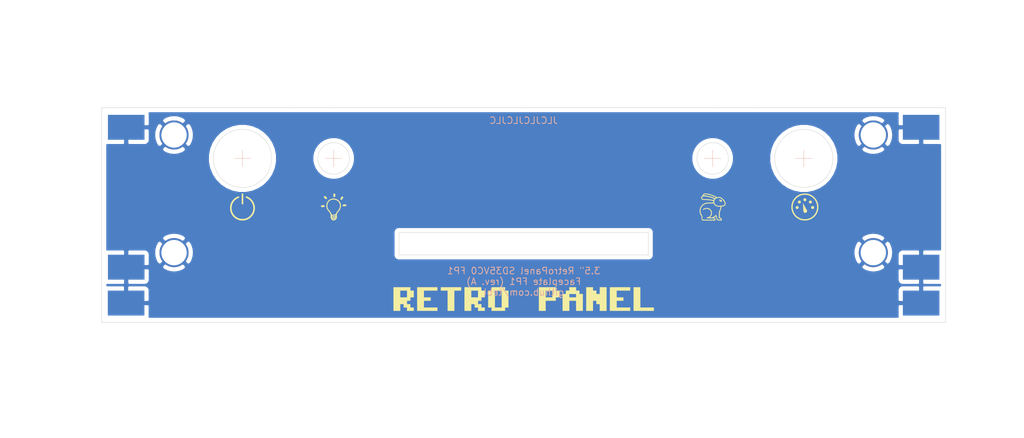
<source format=kicad_pcb>
(kicad_pcb (version 20171130) (host pcbnew "(5.1.8)-1")

  (general
    (thickness 1.6)
    (drawings 40)
    (tracks 0)
    (zones 0)
    (modules 15)
    (nets 2)
  )

  (page A4)
  (layers
    (0 F.Cu signal)
    (31 B.Cu signal)
    (32 B.Adhes user)
    (33 F.Adhes user)
    (34 B.Paste user)
    (35 F.Paste user)
    (36 B.SilkS user)
    (37 F.SilkS user)
    (38 B.Mask user)
    (39 F.Mask user)
    (40 Dwgs.User user)
    (41 Cmts.User user)
    (42 Eco1.User user)
    (43 Eco2.User user)
    (44 Edge.Cuts user)
    (45 Margin user)
    (46 B.CrtYd user)
    (47 F.CrtYd user)
    (48 B.Fab user hide)
    (49 F.Fab user)
  )

  (setup
    (last_trace_width 0.25)
    (trace_clearance 0.2)
    (zone_clearance 0.508)
    (zone_45_only no)
    (trace_min 0.2)
    (via_size 0.8)
    (via_drill 0.4)
    (via_min_size 0.4)
    (via_min_drill 0.3)
    (uvia_size 0.3)
    (uvia_drill 0.1)
    (uvias_allowed no)
    (uvia_min_size 0.2)
    (uvia_min_drill 0.1)
    (edge_width 0.05)
    (segment_width 0.2)
    (pcb_text_width 0.3)
    (pcb_text_size 1.5 1.5)
    (mod_edge_width 0.12)
    (mod_text_size 1 1)
    (mod_text_width 0.15)
    (pad_size 1.524 1.524)
    (pad_drill 0.762)
    (pad_to_mask_clearance 0)
    (aux_axis_origin 0 0)
    (grid_origin 100 100)
    (visible_elements 7FFFFFFF)
    (pcbplotparams
      (layerselection 0x011fc_ffffffff)
      (usegerberextensions true)
      (usegerberattributes false)
      (usegerberadvancedattributes false)
      (creategerberjobfile false)
      (excludeedgelayer true)
      (linewidth 0.100000)
      (plotframeref false)
      (viasonmask false)
      (mode 1)
      (useauxorigin false)
      (hpglpennumber 1)
      (hpglpenspeed 20)
      (hpglpendiameter 15.000000)
      (psnegative false)
      (psa4output false)
      (plotreference true)
      (plotvalue true)
      (plotinvisibletext false)
      (padsonsilk false)
      (subtractmaskfromsilk false)
      (outputformat 1)
      (mirror false)
      (drillshape 0)
      (scaleselection 1)
      (outputdirectory "export/"))
  )

  (net 0 "")
  (net 1 GND)

  (net_class Default "This is the default net class."
    (clearance 0.2)
    (trace_width 0.25)
    (via_dia 0.8)
    (via_drill 0.4)
    (uvia_dia 0.3)
    (uvia_drill 0.1)
  )

  (net_class PWR ""
    (clearance 0.2)
    (trace_width 0.381)
    (via_dia 0.8)
    (via_drill 0.4)
    (uvia_dia 0.3)
    (uvia_drill 0.1)
    (add_net GND)
  )

  (module RetroPanel:icon_running locked (layer F.Cu) (tedit 0) (tstamp 63E198D6)
    (at 127.89 91.237)
    (fp_text reference G*** (at 0 0) (layer F.SilkS) hide
      (effects (font (size 1.524 1.524) (thickness 0.3)))
    )
    (fp_text value LOGO (at 0.75 0) (layer F.SilkS) hide
      (effects (font (size 1.524 1.524) (thickness 0.3)))
    )
    (fp_poly (pts (xy 0.036079 -1.011405) (xy 0.094004 -1.007212) (xy 0.14457 -1.000329) (xy 0.157156 -0.997865)
      (xy 0.262433 -0.969899) (xy 0.362624 -0.932156) (xy 0.455844 -0.88542) (xy 0.513246 -0.849615)
      (xy 0.570966 -0.805347) (xy 0.628 -0.752252) (xy 0.681997 -0.693073) (xy 0.730604 -0.630552)
      (xy 0.77147 -0.567432) (xy 0.796689 -0.519044) (xy 0.833851 -0.424861) (xy 0.858976 -0.329766)
      (xy 0.872423 -0.231947) (xy 0.874548 -0.129588) (xy 0.874376 -0.124658) (xy 0.869231 -0.049083)
      (xy 0.85914 0.020249) (xy 0.843212 0.08671) (xy 0.820551 0.153673) (xy 0.790262 0.22451)
      (xy 0.771436 0.263525) (xy 0.744466 0.31456) (xy 0.715187 0.363414) (xy 0.681923 0.41252)
      (xy 0.642992 0.464311) (xy 0.596717 0.52122) (xy 0.579719 0.541337) (xy 0.537243 0.591874)
      (xy 0.502421 0.634876) (xy 0.474073 0.671932) (xy 0.451017 0.704631) (xy 0.432072 0.734559)
      (xy 0.419498 0.7568) (xy 0.403069 0.788812) (xy 0.389533 0.817915) (xy 0.379624 0.842241)
      (xy 0.374078 0.85992) (xy 0.373627 0.869086) (xy 0.375031 0.86995) (xy 0.388132 0.875545)
      (xy 0.400595 0.889657) (xy 0.409693 0.908277) (xy 0.41275 0.925398) (xy 0.408062 0.952908)
      (xy 0.393728 0.972251) (xy 0.369341 0.983968) (xy 0.368951 0.984074) (xy 0.35471 0.988659)
      (xy 0.346969 0.995062) (xy 0.343006 1.007123) (xy 0.340663 1.023944) (xy 0.337713 1.050473)
      (xy 0.337004 1.066855) (xy 0.339072 1.075528) (xy 0.34445 1.07893) (xy 0.352842 1.0795)
      (xy 0.377785 1.084673) (xy 0.396622 1.100679) (xy 0.403562 1.111901) (xy 0.410013 1.136585)
      (xy 0.405344 1.160486) (xy 0.390972 1.180803) (xy 0.368315 1.194736) (xy 0.360362 1.197192)
      (xy 0.350591 1.200481) (xy 0.345368 1.206391) (xy 0.343277 1.218309) (xy 0.3429 1.238938)
      (xy 0.343359 1.259944) (xy 0.345425 1.27121) (xy 0.350131 1.275682) (xy 0.356017 1.27635)
      (xy 0.379498 1.282278) (xy 0.398159 1.299732) (xy 0.403562 1.308751) (xy 0.410466 1.33376)
      (xy 0.406025 1.357035) (xy 0.391588 1.376531) (xy 0.368506 1.390201) (xy 0.346377 1.395396)
      (xy 0.331437 1.397554) (xy 0.32116 1.401614) (xy 0.312717 1.410118) (xy 0.303277 1.425607)
      (xy 0.294593 1.441908) (xy 0.260141 1.494468) (xy 0.216238 1.540532) (xy 0.165104 1.578172)
      (xy 0.108959 1.605457) (xy 0.104775 1.606974) (xy 0.068454 1.61639) (xy 0.026162 1.622005)
      (xy -0.017324 1.623583) (xy -0.057226 1.620887) (xy -0.081089 1.616157) (xy -0.138487 1.59378)
      (xy -0.189383 1.56117) (xy -0.232263 1.519362) (xy -0.242983 1.505663) (xy -0.258983 1.484482)
      (xy -0.274537 1.464877) (xy -0.276037 1.463109) (xy -0.132441 1.463109) (xy -0.130437 1.46652)
      (xy -0.129401 1.467705) (xy -0.112523 1.480917) (xy -0.087635 1.494031) (xy -0.059266 1.50494)
      (xy -0.037264 1.51063) (xy 0.008088 1.513485) (xy 0.054536 1.504637) (xy 0.086095 1.492498)
      (xy 0.104327 1.48269) (xy 0.124613 1.469464) (xy 0.144526 1.454751) (xy 0.161639 1.440484)
      (xy 0.173524 1.428593) (xy 0.177755 1.421012) (xy 0.177258 1.419944) (xy 0.170496 1.42002)
      (xy 0.152862 1.421513) (xy 0.12608 1.424239) (xy 0.091877 1.428016) (xy 0.05198 1.432661)
      (xy 0.017397 1.436847) (xy -0.031027 1.442844) (xy -0.068192 1.447618) (xy -0.09545 1.451456)
      (xy -0.114152 1.454639) (xy -0.12565 1.457453) (xy -0.131296 1.460182) (xy -0.132441 1.463109)
      (xy -0.276037 1.463109) (xy -0.284935 1.452622) (xy -0.297823 1.431374) (xy -0.305299 1.404997)
      (xy -0.309249 1.381315) (xy -0.314462 1.352988) (xy -0.317893 1.335601) (xy -0.322733 1.314085)
      (xy -0.327544 1.301894) (xy -0.334465 1.295838) (xy -0.345638 1.292728) (xy -0.346825 1.292503)
      (xy -0.370105 1.282606) (xy -0.373681 1.278588) (xy -0.216418 1.278588) (xy -0.21251 1.298106)
      (xy -0.207563 1.320444) (xy -0.202827 1.333002) (xy -0.196556 1.338547) (xy -0.187002 1.339846)
      (xy -0.186148 1.33985) (xy -0.175781 1.339085) (xy -0.154596 1.336928) (xy -0.124374 1.33358)
      (xy -0.086896 1.329244) (xy -0.043942 1.324123) (xy 0.002706 1.318419) (xy 0.008687 1.317678)
      (xy 0.067432 1.310466) (xy 0.114809 1.304679) (xy 0.152026 1.299958) (xy 0.180288 1.29594)
      (xy 0.200802 1.292264) (xy 0.214775 1.28857) (xy 0.223412 1.284496) (xy 0.22792 1.27968)
      (xy 0.229505 1.273761) (xy 0.229375 1.266378) (xy 0.228734 1.257171) (xy 0.2286 1.251819)
      (xy 0.2286 1.215163) (xy 0.006091 1.246876) (xy -0.216418 1.278588) (xy -0.373681 1.278588)
      (xy -0.385765 1.265011) (xy -0.392931 1.242783) (xy -0.390729 1.218986) (xy -0.378284 1.196681)
      (xy -0.375139 1.193311) (xy -0.360232 1.181461) (xy -0.346271 1.175096) (xy -0.343389 1.17475)
      (xy -0.336443 1.173653) (xy -0.332479 1.168535) (xy -0.330674 1.156653) (xy -0.330206 1.135263)
      (xy -0.3302 1.130727) (xy -0.330499 1.112061) (xy -0.2159 1.112061) (xy -0.2159 1.157323)
      (xy -0.192088 1.15364) (xy -0.179913 1.151863) (xy -0.156933 1.148608) (xy -0.124925 1.144123)
      (xy -0.085666 1.138657) (xy -0.040932 1.132457) (xy 0.007499 1.12577) (xy 0.0254 1.123305)
      (xy 0.073402 1.116674) (xy 0.117164 1.11058) (xy 0.155152 1.10524) (xy 0.185833 1.100872)
      (xy 0.207673 1.097693) (xy 0.21914 1.09592) (xy 0.220505 1.095642) (xy 0.22175 1.089321)
      (xy 0.223685 1.073636) (xy 0.225908 1.051875) (xy 0.226077 1.050067) (xy 0.230218 1.005503)
      (xy 0.015096 1.035889) (xy -0.035917 1.043071) (xy -0.083071 1.049662) (xy -0.124854 1.055456)
      (xy -0.159756 1.060245) (xy -0.186266 1.063821) (xy -0.202875 1.065976) (xy -0.207963 1.066538)
      (xy -0.212556 1.071495) (xy -0.215133 1.086768) (xy -0.2159 1.112061) (xy -0.330499 1.112061)
      (xy -0.330575 1.107321) (xy -0.332299 1.093551) (xy -0.336275 1.086359) (xy -0.343408 1.082691)
      (xy -0.344488 1.082351) (xy -0.367532 1.070057) (xy -0.382824 1.051443) (xy -0.389905 1.029446)
      (xy -0.388316 1.006999) (xy -0.3776 0.987039) (xy -0.361351 0.974414) (xy -0.352896 0.969688)
      (xy -0.347733 0.964445) (xy -0.345907 0.956443) (xy -0.347462 0.943437) (xy -0.352441 0.923185)
      (xy -0.360889 0.893443) (xy -0.363095 0.885825) (xy -0.376643 0.844097) (xy -0.392927 0.804265)
      (xy -0.412977 0.76468) (xy -0.437824 0.723696) (xy -0.468497 0.679662) (xy -0.506026 0.63093)
      (xy -0.551441 0.575854) (xy -0.571382 0.55245) (xy -0.637783 0.471874) (xy -0.694199 0.396091)
      (xy -0.741555 0.323396) (xy -0.780778 0.252083) (xy -0.812793 0.180449) (xy -0.838528 0.106788)
      (xy -0.858908 0.029395) (xy -0.861195 0.01905) (xy -0.86701 -0.017656) (xy -0.871026 -0.063531)
      (xy -0.87324 -0.115169) (xy -0.873496 -0.149225) (xy -0.764039 -0.149225) (xy -0.762433 -0.090541)
      (xy -0.757466 -0.038852) (xy -0.748305 0.010882) (xy -0.734122 0.063702) (xy -0.723428 0.097256)
      (xy -0.702823 0.153711) (xy -0.679272 0.206893) (xy -0.651552 0.258793) (xy -0.618441 0.311402)
      (xy -0.578719 0.366713) (xy -0.531163 0.426717) (xy -0.494856 0.4699) (xy -0.440714 0.534344)
      (xy -0.395039 0.591675) (xy -0.356949 0.643381) (xy -0.325564 0.690945) (xy -0.300003 0.735855)
      (xy -0.279386 0.779596) (xy -0.262832 0.823654) (xy -0.249461 0.869515) (xy -0.243654 0.893762)
      (xy -0.237435 0.919667) (xy -0.232284 0.935436) (xy -0.22707 0.943443) (xy -0.220659 0.946059)
      (xy -0.21863 0.94615) (xy -0.209406 0.94527) (xy -0.189149 0.94277) (xy -0.15939 0.938858)
      (xy -0.121663 0.933741) (xy -0.077502 0.927626) (xy -0.02844 0.920721) (xy 0.015875 0.9144)
      (xy 0.067458 0.907017) (xy 0.115058 0.900242) (xy 0.157214 0.89428) (xy 0.192463 0.889336)
      (xy 0.219346 0.885615) (xy 0.236401 0.883323) (xy 0.242115 0.88265) (xy 0.246214 0.877031)
      (xy 0.252405 0.862209) (xy 0.259436 0.84123) (xy 0.260322 0.838293) (xy 0.275578 0.795806)
      (xy 0.297063 0.747881) (xy 0.322653 0.698645) (xy 0.350222 0.652228) (xy 0.373774 0.617872)
      (xy 0.390317 0.596359) (xy 0.412908 0.567956) (xy 0.439321 0.535413) (xy 0.467332 0.501475)
      (xy 0.488481 0.47625) (xy 0.546866 0.404637) (xy 0.596023 0.33858) (xy 0.63706 0.276258)
      (xy 0.671089 0.21585) (xy 0.69922 0.155537) (xy 0.722561 0.093497) (xy 0.723427 0.090906)
      (xy 0.740694 0.034739) (xy 0.752544 -0.015279) (xy 0.759784 -0.064074) (xy 0.763218 -0.116568)
      (xy 0.763793 -0.155575) (xy 0.757825 -0.253895) (xy 0.740143 -0.347663) (xy 0.711085 -0.436344)
      (xy 0.670985 -0.519402) (xy 0.620179 -0.596301) (xy 0.559003 -0.666507) (xy 0.487791 -0.729483)
      (xy 0.40688 -0.784693) (xy 0.350266 -0.815653) (xy 0.262498 -0.852837) (xy 0.169723 -0.879752)
      (xy 0.073912 -0.896234) (xy -0.022963 -0.902119) (xy -0.11893 -0.897242) (xy -0.212018 -0.881438)
      (xy -0.264611 -0.866979) (xy -0.349001 -0.833646) (xy -0.429071 -0.788994) (xy -0.503354 -0.734074)
      (xy -0.570387 -0.669943) (xy -0.617606 -0.612985) (xy -0.649197 -0.567214) (xy -0.675622 -0.52084)
      (xy -0.698991 -0.469764) (xy -0.720055 -0.413797) (xy -0.739687 -0.351609) (xy -0.752973 -0.294305)
      (xy -0.760758 -0.236797) (xy -0.763888 -0.173995) (xy -0.764039 -0.149225) (xy -0.873496 -0.149225)
      (xy -0.873647 -0.169169) (xy -0.872242 -0.222125) (xy -0.869022 -0.270634) (xy -0.863983 -0.311291)
      (xy -0.861617 -0.32385) (xy -0.833445 -0.428802) (xy -0.795245 -0.527094) (xy -0.747371 -0.618076)
      (xy -0.690175 -0.701097) (xy -0.624009 -0.775507) (xy -0.609507 -0.789508) (xy -0.531895 -0.853866)
      (xy -0.446804 -0.908149) (xy -0.354914 -0.952014) (xy -0.256909 -0.985118) (xy -0.1905 -1.000652)
      (xy -0.142493 -1.007532) (xy -0.086104 -1.011597) (xy -0.025268 -1.012877) (xy 0.036079 -1.011405)) (layer F.SilkS) (width 0.01))
    (fp_poly (pts (xy -1.136802 -0.195853) (xy -1.108835 -0.170076) (xy -1.09156 -0.139973) (xy -1.084994 -0.107676)
      (xy -1.089158 -0.075319) (xy -1.104071 -0.045033) (xy -1.129752 -0.018951) (xy -1.135157 -0.01511)
      (xy -1.144337 -0.00976) (xy -1.155109 -0.005804) (xy -1.16973 -0.00291) (xy -1.190456 -0.000748)
      (xy -1.219546 0.001014) (xy -1.255656 0.002566) (xy -1.292899 0.004079) (xy -1.328295 0.005621)
      (xy -1.358699 0.007049) (xy -1.380967 0.008217) (xy -1.387475 0.008618) (xy -1.411293 0.008934)
      (xy -1.433791 0.007205) (xy -1.440671 0.006017) (xy -1.472091 -0.006837) (xy -1.496628 -0.028482)
      (xy -1.513286 -0.056459) (xy -1.521073 -0.088307) (xy -1.518995 -0.121566) (xy -1.506057 -0.153776)
      (xy -1.50555 -0.154606) (xy -1.495685 -0.1687) (xy -1.484439 -0.179816) (xy -1.470189 -0.188366)
      (xy -1.451313 -0.194759) (xy -1.426187 -0.199405) (xy -1.39319 -0.202715) (xy -1.350698 -0.205098)
      (xy -1.298561 -0.206922) (xy -1.158875 -0.211034) (xy -1.136802 -0.195853)) (layer F.SilkS) (width 0.01))
    (fp_poly (pts (xy 1.426592 -0.314633) (xy 1.447594 -0.31155) (xy 1.464151 -0.305348) (xy 1.478293 -0.295698)
      (xy 1.492051 -0.282272) (xy 1.494368 -0.279733) (xy 1.514277 -0.249171) (xy 1.522277 -0.21598)
      (xy 1.518315 -0.182082) (xy 1.502341 -0.149399) (xy 1.498042 -0.143608) (xy 1.487775 -0.132296)
      (xy 1.475639 -0.123301) (xy 1.459769 -0.116077) (xy 1.438302 -0.110079) (xy 1.409372 -0.104758)
      (xy 1.371115 -0.099569) (xy 1.332859 -0.09518) (xy 1.282638 -0.089846) (xy 1.243259 -0.086139)
      (xy 1.212974 -0.084025) (xy 1.190035 -0.083468) (xy 1.172693 -0.084436) (xy 1.1592 -0.086893)
      (xy 1.147808 -0.090805) (xy 1.146175 -0.091514) (xy 1.118083 -0.11026) (xy 1.098548 -0.13609)
      (xy 1.087909 -0.166404) (xy 1.086507 -0.198601) (xy 1.094683 -0.23008) (xy 1.112779 -0.258241)
      (xy 1.123023 -0.268121) (xy 1.133456 -0.275692) (xy 1.1461 -0.282005) (xy 1.16262 -0.287407)
      (xy 1.184679 -0.292244) (xy 1.213943 -0.296863) (xy 1.252076 -0.301611) (xy 1.300741 -0.306834)
      (xy 1.316598 -0.30844) (xy 1.363125 -0.31275) (xy 1.399113 -0.314923) (xy 1.426592 -0.314633)) (layer F.SilkS) (width 0.01))
    (fp_poly (pts (xy 1.079847 -1.257851) (xy 1.109466 -1.241782) (xy 1.132389 -1.217385) (xy 1.146925 -1.186627)
      (xy 1.151384 -1.151475) (xy 1.150595 -1.141102) (xy 1.146205 -1.129407) (xy 1.135582 -1.109453)
      (xy 1.120033 -1.0832) (xy 1.100868 -1.052604) (xy 1.079395 -1.019625) (xy 1.056925 -0.986221)
      (xy 1.034766 -0.954351) (xy 1.014227 -0.925972) (xy 0.996617 -0.903043) (xy 0.983246 -0.887522)
      (xy 0.977769 -0.882558) (xy 0.952239 -0.870652) (xy 0.921869 -0.865533) (xy 0.892391 -0.867808)
      (xy 0.879356 -0.872098) (xy 0.85099 -0.891176) (xy 0.829652 -0.917889) (xy 0.816982 -0.949143)
      (xy 0.814619 -0.981842) (xy 0.816154 -0.991419) (xy 0.82168 -1.005062) (xy 0.833405 -1.02668)
      (xy 0.849981 -1.054282) (xy 0.870058 -1.08588) (xy 0.892285 -1.119485) (xy 0.915312 -1.153108)
      (xy 0.937791 -1.18476) (xy 0.95837 -1.212451) (xy 0.9757 -1.234193) (xy 0.988431 -1.247996)
      (xy 0.992436 -1.251171) (xy 1.019609 -1.261212) (xy 1.045223 -1.263627) (xy 1.079847 -1.257851)) (layer F.SilkS) (width 0.01))
    (fp_poly (pts (xy -1.024528 -1.303838) (xy -1.012191 -1.295976) (xy -0.9912 -1.279171) (xy -0.965558 -1.256888)
      (xy -0.937131 -1.230945) (xy -0.907789 -1.203158) (xy -0.879398 -1.175346) (xy -0.853826 -1.149325)
      (xy -0.832942 -1.126914) (xy -0.818613 -1.109931) (xy -0.813884 -1.103003) (xy -0.802981 -1.071182)
      (xy -0.803152 -1.038058) (xy -0.813497 -1.006558) (xy -0.833115 -0.979609) (xy -0.857263 -0.962019)
      (xy -0.88213 -0.954538) (xy -0.912092 -0.953024) (xy -0.941086 -0.957379) (xy -0.957101 -0.963613)
      (xy -0.967809 -0.971318) (xy -0.985883 -0.986348) (xy -1.009589 -1.007172) (xy -1.03719 -1.03226)
      (xy -1.066951 -1.060082) (xy -1.072746 -1.065588) (xy -1.108747 -1.10035) (xy -1.13618 -1.128267)
      (xy -1.156024 -1.150867) (xy -1.169259 -1.169681) (xy -1.176865 -1.186235) (xy -1.179822 -1.202059)
      (xy -1.179109 -1.218682) (xy -1.17746 -1.228971) (xy -1.165706 -1.261076) (xy -1.145212 -1.286645)
      (xy -1.118414 -1.304692) (xy -1.087744 -1.314232) (xy -1.055638 -1.314276) (xy -1.024528 -1.303838)) (layer F.SilkS) (width 0.01))
    (fp_poly (pts (xy 0.114025 -1.62089) (xy 0.144536 -1.606873) (xy 0.168697 -1.581884) (xy 0.17673 -1.568424)
      (xy 0.181595 -1.558665) (xy 0.185197 -1.549466) (xy 0.18766 -1.538908) (xy 0.189106 -1.525073)
      (xy 0.189659 -1.506042) (xy 0.189443 -1.479897) (xy 0.18858 -1.444719) (xy 0.18734 -1.40335)
      (xy 0.185835 -1.35755) (xy 0.184365 -1.322549) (xy 0.182718 -1.296449) (xy 0.180684 -1.277353)
      (xy 0.178051 -1.263361) (xy 0.174607 -1.252575) (xy 0.170142 -1.243098) (xy 0.169342 -1.241617)
      (xy 0.148264 -1.215518) (xy 0.119745 -1.197431) (xy 0.08704 -1.188523) (xy 0.053407 -1.189962)
      (xy 0.038103 -1.194584) (xy 0.021594 -1.203752) (xy 0.007337 -1.214819) (xy -0.003436 -1.225661)
      (xy -0.011551 -1.236651) (xy -0.017378 -1.249722) (xy -0.021282 -1.266809) (xy -0.023633 -1.289845)
      (xy -0.024797 -1.320765) (xy -0.025142 -1.361503) (xy -0.025124 -1.385573) (xy -0.02476 -1.425818)
      (xy -0.023915 -1.463548) (xy -0.022686 -1.496202) (xy -0.021167 -1.521216) (xy -0.019501 -1.5358)
      (xy -0.007019 -1.571515) (xy 0.01444 -1.598698) (xy 0.043893 -1.616459) (xy 0.077524 -1.623735)
      (xy 0.114025 -1.62089)) (layer F.SilkS) (width 0.01))
  )

  (module RetroPanel:logo_small locked (layer F.Cu) (tedit 0) (tstamp 635F67D6)
    (at 150.75 102.286)
    (fp_text reference G*** (at 0 0) (layer F.SilkS) hide
      (effects (font (size 1.524 1.524) (thickness 0.3)))
    )
    (fp_text value LOGO (at 0.75 0) (layer F.SilkS) hide
      (effects (font (size 1.524 1.524) (thickness 0.3)))
    )
    (fp_poly (pts (xy -13.628028 -0.991591) (xy -13.221221 -0.991591) (xy -13.221221 -0.177978) (xy -13.628028 -0.177978)
      (xy -13.628028 0.228829) (xy -14.034835 0.228829) (xy -14.034835 0.635636) (xy -13.628028 0.635636)
      (xy -13.628028 1.042443) (xy -13.221221 1.042443) (xy -13.221221 1.44925) (xy -14.034835 1.44925)
      (xy -14.034835 1.042443) (xy -14.441642 1.042443) (xy -14.441642 0.635636) (xy -14.848449 0.635636)
      (xy -14.848449 1.44925) (xy -15.662062 1.44925) (xy -15.662062 -0.991591) (xy -14.848449 -0.991591)
      (xy -14.848449 -0.177978) (xy -14.034835 -0.177978) (xy -14.034835 -0.991591) (xy -14.848449 -0.991591)
      (xy -15.662062 -0.991591) (xy -15.662062 -1.398398) (xy -13.628028 -1.398398) (xy -13.628028 -0.991591)) (layer F.SilkS) (width 0.01))
    (fp_poly (pts (xy -10.373574 -0.991591) (xy -12.000801 -0.991591) (xy -12.000801 -0.177978) (xy -11.187187 -0.177978)
      (xy -11.187187 0.228829) (xy -12.000801 0.228829) (xy -12.000801 1.042443) (xy -10.373574 1.042443)
      (xy -10.373574 1.44925) (xy -12.814415 1.44925) (xy -12.814415 -1.398398) (xy -10.373574 -1.398398)
      (xy -10.373574 -0.991591)) (layer F.SilkS) (width 0.01))
    (fp_poly (pts (xy -7.525926 -0.991591) (xy -8.33954 -0.991591) (xy -8.33954 1.44925) (xy -9.153153 1.44925)
      (xy -9.153153 -0.991591) (xy -9.966767 -0.991591) (xy -9.966767 -1.398398) (xy -7.525926 -1.398398)
      (xy -7.525926 -0.991591)) (layer F.SilkS) (width 0.01))
    (fp_poly (pts (xy -5.085085 -0.991591) (xy -4.678279 -0.991591) (xy -4.678279 -0.177978) (xy -5.085085 -0.177978)
      (xy -5.085085 0.228829) (xy -5.491892 0.228829) (xy -5.491892 0.635636) (xy -5.085085 0.635636)
      (xy -5.085085 1.042443) (xy -4.678279 1.042443) (xy -4.678279 1.44925) (xy -5.491892 1.44925)
      (xy -5.491892 1.042443) (xy -5.898699 1.042443) (xy -5.898699 0.635636) (xy -6.305506 0.635636)
      (xy -6.305506 1.44925) (xy -7.119119 1.44925) (xy -7.119119 -0.991591) (xy -6.305506 -0.991591)
      (xy -6.305506 -0.177978) (xy -5.491892 -0.177978) (xy -5.491892 -0.991591) (xy -6.305506 -0.991591)
      (xy -7.119119 -0.991591) (xy -7.119119 -1.398398) (xy -5.085085 -1.398398) (xy -5.085085 -0.991591)) (layer F.SilkS) (width 0.01))
    (fp_poly (pts (xy -2.237438 -0.991591) (xy -1.830631 -0.991591) (xy -1.830631 1.042443) (xy -2.237438 1.042443)
      (xy -2.237438 1.44925) (xy -3.864665 1.44925) (xy -3.864665 1.042443) (xy -4.271472 1.042443)
      (xy -4.271472 -0.991591) (xy -3.864665 -0.991591) (xy -3.457858 -0.991591) (xy -3.457858 1.042443)
      (xy -2.644244 1.042443) (xy -2.644244 -0.991591) (xy -3.457858 -0.991591) (xy -3.864665 -0.991591)
      (xy -3.864665 -1.398398) (xy -2.237438 -1.398398) (xy -2.237438 -0.991591)) (layer F.SilkS) (width 0.01))
    (fp_poly (pts (xy 3.864664 -0.991591) (xy 4.271471 -0.991591) (xy 4.271471 -0.177978) (xy 3.864664 -0.177978)
      (xy 3.864664 0.228829) (xy 2.644244 0.228829) (xy 2.644244 1.44925) (xy 1.83063 1.44925)
      (xy 1.83063 -0.991591) (xy 2.644244 -0.991591) (xy 2.644244 -0.177978) (xy 3.457858 -0.177978)
      (xy 3.457858 -0.991591) (xy 2.644244 -0.991591) (xy 1.83063 -0.991591) (xy 1.83063 -1.398398)
      (xy 3.864664 -1.398398) (xy 3.864664 -0.991591)) (layer F.SilkS) (width 0.01))
    (fp_poly (pts (xy 6.305505 -0.991591) (xy 6.712312 -0.991591) (xy 6.712312 -0.584784) (xy 7.119119 -0.584784)
      (xy 7.119119 1.44925) (xy 6.305505 1.44925) (xy 6.305505 0.228829) (xy 5.491892 0.228829)
      (xy 5.491892 1.44925) (xy 4.678278 1.44925) (xy 4.678278 -0.584784) (xy 5.085085 -0.584784)
      (xy 5.491892 -0.584784) (xy 5.491892 -0.177978) (xy 6.305505 -0.177978) (xy 6.305505 -0.584784)
      (xy 5.491892 -0.584784) (xy 5.085085 -0.584784) (xy 5.085085 -0.991591) (xy 5.491892 -0.991591)
      (xy 5.491892 -1.398398) (xy 6.305505 -1.398398) (xy 6.305505 -0.991591)) (layer F.SilkS) (width 0.01))
    (fp_poly (pts (xy 8.339539 -0.991591) (xy 8.746346 -0.991591) (xy 8.746346 -0.584784) (xy 9.153153 -0.584784)
      (xy 9.153153 -1.398398) (xy 9.966767 -1.398398) (xy 9.966767 1.44925) (xy 9.153153 1.44925)
      (xy 9.153153 0.635636) (xy 8.746346 0.635636) (xy 8.746346 0.228829) (xy 8.339539 0.228829)
      (xy 8.339539 1.44925) (xy 7.525926 1.44925) (xy 7.525926 -1.398398) (xy 8.339539 -1.398398)
      (xy 8.339539 -0.991591)) (layer F.SilkS) (width 0.01))
    (fp_poly (pts (xy 12.814414 -0.991591) (xy 11.187187 -0.991591) (xy 11.187187 -0.177978) (xy 12.000801 -0.177978)
      (xy 12.000801 0.228829) (xy 11.187187 0.228829) (xy 11.187187 1.042443) (xy 12.814414 1.042443)
      (xy 12.814414 1.44925) (xy 10.373573 1.44925) (xy 10.373573 -1.398398) (xy 12.814414 -1.398398)
      (xy 12.814414 -0.991591)) (layer F.SilkS) (width 0.01))
    (fp_poly (pts (xy 14.034835 1.042443) (xy 15.662062 1.042443) (xy 15.662062 1.44925) (xy 13.221221 1.44925)
      (xy 13.221221 -1.398398) (xy 14.034835 -1.398398) (xy 14.034835 1.042443)) (layer F.SilkS) (width 0.01))
  )

  (module RetroPanel:icon_slow (layer F.Cu) (tedit 0) (tstamp 635F6545)
    (at 173.483 91.237)
    (fp_text reference G*** (at 0 0) (layer F.SilkS) hide
      (effects (font (size 1.524 1.524) (thickness 0.3)))
    )
    (fp_text value LOGO (at 0.75 0) (layer F.SilkS) hide
      (effects (font (size 1.524 1.524) (thickness 0.3)))
    )
    (fp_poly (pts (xy -0.798729 -1.623395) (xy -0.742142 -1.619907) (xy -0.712458 -1.616778) (xy -0.540235 -1.589618)
      (xy -0.366338 -1.550372) (xy -0.191742 -1.499376) (xy -0.017421 -1.436965) (xy 0.155651 -1.363475)
      (xy 0.326499 -1.279242) (xy 0.424925 -1.225176) (xy 0.516475 -1.17293) (xy 0.56145 -1.18352)
      (xy 0.652205 -1.199447) (xy 0.739682 -1.203428) (xy 0.825099 -1.195322) (xy 0.909676 -1.174988)
      (xy 0.994632 -1.142285) (xy 1.019175 -1.130635) (xy 1.080931 -1.097135) (xy 1.137947 -1.059492)
      (xy 1.193184 -1.015479) (xy 1.249604 -0.962873) (xy 1.270117 -0.942082) (xy 1.34008 -0.864133)
      (xy 1.402642 -0.782788) (xy 1.45639 -0.700107) (xy 1.499908 -0.618151) (xy 1.513602 -0.587308)
      (xy 1.531851 -0.541256) (xy 1.54459 -0.5022) (xy 1.552701 -0.46616) (xy 1.557064 -0.429158)
      (xy 1.558561 -0.387214) (xy 1.55858 -0.384175) (xy 1.556663 -0.333389) (xy 1.549661 -0.2916)
      (xy 1.536534 -0.255767) (xy 1.516238 -0.222847) (xy 1.494439 -0.196887) (xy 1.458085 -0.164153)
      (xy 1.413509 -0.135988) (xy 1.359891 -0.112087) (xy 1.296414 -0.092145) (xy 1.222261 -0.075856)
      (xy 1.136611 -0.062915) (xy 1.134542 -0.062659) (xy 1.105842 -0.058846) (xy 1.087413 -0.055404)
      (xy 1.076874 -0.051561) (xy 1.071846 -0.046544) (xy 1.070314 -0.041828) (xy 1.068223 -0.030525)
      (xy 1.064456 -0.009747) (xy 1.059562 0.017478) (xy 1.054444 0.04611) (xy 1.035594 0.132283)
      (xy 1.008663 0.225793) (xy 0.974298 0.324747) (xy 0.933147 0.427257) (xy 0.894324 0.51364)
      (xy 0.85725 0.592306) (xy 0.85725 1.268363) (xy 0.887412 1.272423) (xy 0.923237 1.281331)
      (xy 0.96186 1.297646) (xy 0.998024 1.318956) (xy 1.012565 1.329917) (xy 1.045055 1.364569)
      (xy 1.070623 1.40825) (xy 1.088398 1.458828) (xy 1.097508 1.514166) (xy 1.09855 1.540689)
      (xy 1.098483 1.563138) (xy 1.09746 1.581236) (xy 1.094247 1.595452) (xy 1.08761 1.606255)
      (xy 1.076313 1.614111) (xy 1.059124 1.619491) (xy 1.034808 1.622862) (xy 1.002131 1.624692)
      (xy 0.959858 1.625449) (xy 0.906756 1.625603) (xy 0.874774 1.6256) (xy 0.81358 1.625399)
      (xy 0.763469 1.62465) (xy 0.722828 1.623132) (xy 0.690045 1.620627) (xy 0.663507 1.616912)
      (xy 0.641602 1.61177) (xy 0.622715 1.604979) (xy 0.605236 1.596319) (xy 0.5892 1.586634)
      (xy 0.567779 1.571886) (xy 0.549324 1.556414) (xy 0.533127 1.538822) (xy 0.518478 1.517718)
      (xy 0.504665 1.491705) (xy 0.490978 1.45939) (xy 0.476708 1.419378) (xy 0.461144 1.370275)
      (xy 0.443576 1.310687) (xy 0.437058 1.287925) (xy 0.424024 1.242324) (xy 0.412075 1.200825)
      (xy 0.401659 1.16496) (xy 0.393226 1.136263) (xy 0.387222 1.116267) (xy 0.384098 1.106505)
      (xy 0.383791 1.105805) (xy 0.378205 1.108454) (xy 0.364396 1.117319) (xy 0.344354 1.131064)
      (xy 0.320067 1.148356) (xy 0.316288 1.151096) (xy 0.284129 1.174034) (xy 0.248669 1.198645)
      (xy 0.214825 1.221547) (xy 0.193675 1.235429) (xy 0.168723 1.251701) (xy 0.153271 1.2626)
      (xy 0.146014 1.269426) (xy 0.145645 1.273478) (xy 0.150858 1.276055) (xy 0.1524 1.276493)
      (xy 0.191747 1.293023) (xy 0.230129 1.32041) (xy 0.249842 1.339457) (xy 0.280389 1.379193)
      (xy 0.303157 1.425394) (xy 0.318746 1.479637) (xy 0.327758 1.543499) (xy 0.327805 1.544061)
      (xy 0.32964 1.568987) (xy 0.329495 1.584874) (xy 0.326688 1.595315) (xy 0.320539 1.603904)
      (xy 0.315478 1.609148) (xy 0.299027 1.6256) (xy -0.439449 1.625392) (xy -0.552282 1.625352)
      (xy -0.653124 1.62529) (xy -0.742682 1.625197) (xy -0.821664 1.625062) (xy -0.89078 1.624873)
      (xy -0.950737 1.624622) (xy -1.002244 1.624296) (xy -1.046009 1.623885) (xy -1.082741 1.62338)
      (xy -1.113146 1.622768) (xy -1.137935 1.62204) (xy -1.157815 1.621184) (xy -1.173494 1.620191)
      (xy -1.185681 1.61905) (xy -1.195083 1.61775) (xy -1.202411 1.61628) (xy -1.20837 1.61463)
      (xy -1.210739 1.613845) (xy -1.251724 1.594709) (xy -1.282527 1.568807) (xy -1.302688 1.53846)
      (xy -1.307061 1.529139) (xy -1.310506 1.519913) (xy -1.313154 1.509161) (xy -1.315135 1.495261)
      (xy -1.316577 1.47659) (xy -1.317611 1.451527) (xy -1.318367 1.41845) (xy -1.318974 1.375737)
      (xy -1.319494 1.328374) (xy -1.321362 1.148623) (xy -1.350349 1.109299) (xy -1.412751 1.014134)
      (xy -1.465421 0.91153) (xy -1.50775 0.802886) (xy -1.539126 0.689599) (xy -1.544297 0.665196)
      (xy -1.552981 0.607697) (xy -1.558121 0.542153) (xy -1.559718 0.472698) (xy -1.558639 0.434364)
      (xy -1.462151 0.434364) (xy -1.461124 0.537509) (xy -1.448431 0.641131) (xy -1.423818 0.744254)
      (xy -1.415216 0.771525) (xy -1.389076 0.840197) (xy -1.356217 0.910592) (xy -1.318696 0.978901)
      (xy -1.278567 1.041319) (xy -1.246891 1.083328) (xy -1.22555 1.109382) (xy -1.225515 1.283353)
      (xy -1.225355 1.343439) (xy -1.224714 1.392113) (xy -1.223313 1.430663) (xy -1.220871 1.460377)
      (xy -1.217109 1.482542) (xy -1.211746 1.498444) (xy -1.204502 1.509373) (xy -1.195098 1.516613)
      (xy -1.183252 1.521454) (xy -1.173124 1.52416) (xy -1.164101 1.524822) (xy -1.143227 1.525471)
      (xy -1.111348 1.526097) (xy -1.069312 1.526696) (xy -1.017967 1.527261) (xy -0.958161 1.527784)
      (xy -0.890742 1.52826) (xy -0.816557 1.528681) (xy -0.736454 1.529042) (xy -0.651281 1.529335)
      (xy -0.561886 1.529554) (xy -0.469116 1.529692) (xy -0.461675 1.5297) (xy 0.229175 1.53035)
      (xy 0.225205 1.506537) (xy 0.217146 1.476632) (xy 0.203733 1.445587) (xy 0.187081 1.417249)
      (xy 0.169307 1.395462) (xy 0.159813 1.387662) (xy 0.150412 1.382007) (xy 0.140187 1.377141)
      (xy 0.128161 1.373005) (xy 0.113355 1.369542) (xy 0.09479 1.366691) (xy 0.071488 1.364395)
      (xy 0.04247 1.362594) (xy 0.006757 1.361229) (xy -0.036628 1.360243) (xy -0.088664 1.359576)
      (xy -0.15033 1.359169) (xy -0.222604 1.358963) (xy -0.306465 1.3589) (xy -0.699078 1.3589)
      (xy -0.714664 1.343313) (xy -0.727636 1.323523) (xy -0.729123 1.303542) (xy -0.720167 1.285266)
      (xy -0.701809 1.270592) (xy -0.675092 1.261416) (xy -0.669135 1.260448) (xy -0.631961 1.253737)
      (xy -0.589039 1.243419) (xy -0.545194 1.230855) (xy -0.505253 1.217408) (xy -0.479281 1.206895)
      (xy -0.411831 1.169651) (xy -0.352825 1.122986) (xy -0.302367 1.067057) (xy -0.260559 1.00202)
      (xy -0.227505 0.928034) (xy -0.20331 0.845254) (xy -0.189821 0.768374) (xy -0.18671 0.695503)
      (xy -0.195378 0.622342) (xy -0.215088 0.55075) (xy -0.245102 0.482583) (xy -0.284684 0.4197)
      (xy -0.333095 0.363957) (xy -0.360068 0.339603) (xy -0.401208 0.309965) (xy -0.450728 0.281414)
      (xy -0.504348 0.256059) (xy -0.557788 0.23601) (xy -0.587375 0.227555) (xy -0.636225 0.218667)
      (xy -0.69157 0.213797) (xy -0.749224 0.212946) (xy -0.804999 0.216111) (xy -0.854708 0.223293)
      (xy -0.873125 0.227603) (xy -0.92655 0.245211) (xy -0.976818 0.267863) (xy -1.020413 0.293808)
      (xy -1.045495 0.313365) (xy -1.063945 0.329083) (xy -1.080716 0.342037) (xy -1.090483 0.348428)
      (xy -1.111224 0.353207) (xy -1.130884 0.347483) (xy -1.146462 0.333307) (xy -1.154955 0.312728)
      (xy -1.1557 0.303874) (xy -1.149886 0.28409) (xy -1.133521 0.26175) (xy -1.108224 0.237931)
      (xy -1.075615 0.213709) (xy -1.037312 0.190162) (xy -0.994933 0.168368) (xy -0.950099 0.149403)
      (xy -0.904426 0.134345) (xy -0.898525 0.132734) (xy -0.854642 0.123945) (xy -0.802481 0.118092)
      (xy -0.746154 0.115308) (xy -0.68977 0.115728) (xy -0.637441 0.119486) (xy -0.610149 0.12332)
      (xy -0.521809 0.144481) (xy -0.439995 0.175672) (xy -0.365284 0.216109) (xy -0.298254 0.265007)
      (xy -0.239483 0.321581) (xy -0.189547 0.385046) (xy -0.149023 0.454617) (xy -0.11849 0.52951)
      (xy -0.098525 0.608939) (xy -0.089705 0.692121) (xy -0.092608 0.778269) (xy -0.098144 0.819312)
      (xy -0.118755 0.911495) (xy -0.148335 0.995984) (xy -0.186581 1.072243) (xy -0.233193 1.139736)
      (xy -0.28787 1.197926) (xy -0.329835 1.23215) (xy -0.368739 1.260475) (xy -0.209774 1.262171)
      (xy -0.160795 1.262668) (xy -0.122758 1.262896) (xy -0.093909 1.262723) (xy -0.072491 1.262019)
      (xy -0.056747 1.260653) (xy -0.044921 1.258491) (xy -0.035258 1.255404) (xy -0.026 1.251259)
      (xy -0.01934 1.247921) (xy 0.021359 1.225847) (xy 0.069322 1.197447) (xy 0.121965 1.164414)
      (xy 0.176703 1.128442) (xy 0.230954 1.091223) (xy 0.282133 1.054451) (xy 0.321928 1.024312)
      (xy 0.346332 1.005528) (xy 0.368155 0.98921) (xy 0.384843 0.977237) (xy 0.393287 0.97177)
      (xy 0.412657 0.967841) (xy 0.43268 0.97339) (xy 0.447545 0.986617) (xy 0.451291 0.995752)
      (xy 0.458016 1.015605) (xy 0.467257 1.044668) (xy 0.47855 1.081435) (xy 0.491431 1.124398)
      (xy 0.505435 1.17205) (xy 0.517224 1.21285) (xy 0.531706 1.263165) (xy 0.545284 1.310009)
      (xy 0.557515 1.351876) (xy 0.567956 1.387262) (xy 0.576163 1.414662) (xy 0.581692 1.43257)
      (xy 0.583901 1.43908) (xy 0.597059 1.460484) (xy 0.617374 1.483006) (xy 0.640524 1.502336)
      (xy 0.65717 1.512157) (xy 0.666421 1.515788) (xy 0.677328 1.518584) (xy 0.691594 1.520654)
      (xy 0.710923 1.522104) (xy 0.737017 1.523043) (xy 0.77158 1.523579) (xy 0.816314 1.523818)
      (xy 0.842142 1.52386) (xy 1.00166 1.524) (xy 0.996358 1.495619) (xy 0.984524 1.454489)
      (xy 0.965414 1.421774) (xy 0.938065 1.396728) (xy 0.901514 1.378609) (xy 0.854798 1.366671)
      (xy 0.823981 1.362425) (xy 0.810134 1.36126) (xy 0.798285 1.360295) (xy 0.788279 1.358602)
      (xy 0.779961 1.355253) (xy 0.773177 1.349319) (xy 0.767772 1.339873) (xy 0.763592 1.325987)
      (xy 0.76048 1.306732) (xy 0.758284 1.28118) (xy 0.756848 1.248404) (xy 0.756016 1.207475)
      (xy 0.755636 1.157465) (xy 0.755551 1.097447) (xy 0.755606 1.026491) (xy 0.75565 0.952625)
      (xy 0.75565 0.579814) (xy 0.800729 0.482128) (xy 0.848746 0.373071) (xy 0.889357 0.270184)
      (xy 0.922307 0.174228) (xy 0.947342 0.085962) (xy 0.964208 0.006146) (xy 0.967613 -0.015875)
      (xy 0.971175 -0.041275) (xy 0.817375 -0.041406) (xy 0.757005 -0.041813) (xy 0.70679 -0.043127)
      (xy 0.6642 -0.04566) (xy 0.626704 -0.049719) (xy 0.591772 -0.055617) (xy 0.556873 -0.063661)
      (xy 0.519476 -0.074163) (xy 0.499275 -0.080362) (xy 0.417192 -0.111864) (xy 0.343061 -0.152223)
      (xy 0.277497 -0.200864) (xy 0.221118 -0.257214) (xy 0.174536 -0.3207) (xy 0.13837 -0.390747)
      (xy 0.123559 -0.430567) (xy 0.116329 -0.450101) (xy 0.11014 -0.4593) (xy 0.103466 -0.460267)
      (xy 0.10234 -0.459837) (xy 0.089829 -0.454716) (xy 0.077231 -0.450375) (xy 0.063371 -0.446729)
      (xy 0.04707 -0.443693) (xy 0.027152 -0.441181) (xy 0.00244 -0.439109) (xy -0.028243 -0.437391)
      (xy -0.066075 -0.435941) (xy -0.112232 -0.434675) (xy -0.167892 -0.433507) (xy -0.234232 -0.432351)
      (xy -0.288925 -0.431485) (xy -0.375963 -0.429992) (xy -0.451575 -0.428309) (xy -0.517032 -0.426306)
      (xy -0.57361 -0.423854) (xy -0.62258 -0.420822) (xy -0.665217 -0.41708) (xy -0.702793 -0.412499)
      (xy -0.736582 -0.406947) (xy -0.767856 -0.400296) (xy -0.79789 -0.392414) (xy -0.827956 -0.383173)
      (xy -0.856198 -0.373549) (xy -0.93697 -0.339995) (xy -1.018119 -0.296819) (xy -1.095699 -0.246342)
      (xy -1.164021 -0.192418) (xy -1.237545 -0.119904) (xy -1.301182 -0.04009) (xy -1.354676 0.046049)
      (xy -1.397774 0.137539) (xy -1.430222 0.233404) (xy -1.451765 0.332671) (xy -1.462151 0.434364)
      (xy -1.558639 0.434364) (xy -1.557769 0.403464) (xy -1.552276 0.338584) (xy -1.544331 0.287478)
      (xy -1.516857 0.178967) (xy -1.479257 0.077753) (xy -1.431044 -0.017068) (xy -1.371734 -0.1064)
      (xy -1.300841 -0.191148) (xy -1.270474 -0.222627) (xy -1.186901 -0.298437) (xy -1.099326 -0.362615)
      (xy -1.006528 -0.415921) (xy -0.907289 -0.459115) (xy -0.869814 -0.472315) (xy -0.824863 -0.485861)
      (xy -0.77695 -0.497465) (xy -0.724931 -0.507231) (xy -0.66766 -0.515265) (xy -0.603992 -0.521674)
      (xy -0.532782 -0.526563) (xy -0.452884 -0.530039) (xy -0.363154 -0.532208) (xy -0.262446 -0.533175)
      (xy -0.211432 -0.533245) (xy -0.158782 -0.533317) (xy -0.109427 -0.533609) (xy -0.064993 -0.534093)
      (xy -0.027106 -0.534744) (xy 0.002606 -0.535534) (xy 0.022518 -0.536437) (xy 0.030209 -0.537205)
      (xy 0.049548 -0.545748) (xy 0.068825 -0.56184) (xy 0.070653 -0.563861) (xy 0.082401 -0.578614)
      (xy 0.087522 -0.591191) (xy 0.087722 -0.607473) (xy 0.086536 -0.61862) (xy 0.084207 -0.645017)
      (xy 0.08387 -0.652062) (xy 0.184035 -0.652062) (xy 0.189985 -0.579989) (xy 0.193662 -0.556717)
      (xy 0.212104 -0.478726) (xy 0.238923 -0.409254) (xy 0.274432 -0.348046) (xy 0.318942 -0.29485)
      (xy 0.372768 -0.249411) (xy 0.436221 -0.211476) (xy 0.509615 -0.180792) (xy 0.59326 -0.157106)
      (xy 0.687472 -0.140163) (xy 0.7112 -0.13713) (xy 0.735385 -0.135549) (xy 0.769685 -0.135076)
      (xy 0.811576 -0.135607) (xy 0.858529 -0.137033) (xy 0.908021 -0.139247) (xy 0.957524 -0.142142)
      (xy 1.004512 -0.145612) (xy 1.04646 -0.14955) (xy 1.069975 -0.152329) (xy 1.140589 -0.162187)
      (xy 1.20009 -0.171879) (xy 1.250051 -0.181813) (xy 1.292046 -0.1924) (xy 1.327648 -0.204048)
      (xy 1.358432 -0.217166) (xy 1.38597 -0.232164) (xy 1.39243 -0.23619) (xy 1.424624 -0.263798)
      (xy 1.447052 -0.298864) (xy 1.459792 -0.34082) (xy 1.46292 -0.389095) (xy 1.456512 -0.443121)
      (xy 1.440645 -0.50233) (xy 1.415396 -0.566152) (xy 1.380841 -0.634018) (xy 1.337056 -0.705359)
      (xy 1.327389 -0.719716) (xy 1.260863 -0.808672) (xy 1.190344 -0.886782) (xy 1.116252 -0.95371)
      (xy 1.03901 -1.00912) (xy 0.959038 -1.052675) (xy 0.876758 -1.084041) (xy 0.866775 -1.086962)
      (xy 0.821956 -1.096162) (xy 0.769265 -1.101393) (xy 0.712895 -1.102654) (xy 0.657036 -1.099945)
      (xy 0.605881 -1.093266) (xy 0.57785 -1.086991) (xy 0.500202 -1.060741) (xy 0.428521 -1.026425)
      (xy 0.363903 -0.984952) (xy 0.307443 -0.937232) (xy 0.260237 -0.884177) (xy 0.22338 -0.826696)
      (xy 0.200431 -0.773339) (xy 0.187523 -0.716694) (xy 0.184035 -0.652062) (xy 0.08387 -0.652062)
      (xy 0.082794 -0.674522) (xy 0.082605 -0.686463) (xy 0.08255 -0.72205) (xy 0.036512 -0.735537)
      (xy -0.032386 -0.754228) (xy -0.105618 -0.771092) (xy -0.184108 -0.786241) (xy -0.268779 -0.799783)
      (xy -0.360556 -0.811827) (xy -0.460363 -0.822483) (xy -0.569123 -0.831859) (xy -0.68776 -0.840065)
      (xy -0.817199 -0.84721) (xy -0.958364 -0.853403) (xy -0.962025 -0.853545) (xy -1.021048 -0.855894)
      (xy -1.068861 -0.857969) (xy -1.106951 -0.859904) (xy -1.136801 -0.861829) (xy -1.159898 -0.863876)
      (xy -1.177725 -0.866177) (xy -1.191768 -0.868864) (xy -1.203512 -0.872068) (xy -1.214441 -0.875921)
      (xy -1.214451 -0.875925) (xy -1.263769 -0.901413) (xy -1.306384 -0.936793) (xy -1.340531 -0.980313)
      (xy -1.361138 -1.021266) (xy -1.373591 -1.067884) (xy -1.374939 -1.091568) (xy -1.275781 -1.091568)
      (xy -1.270674 -1.059435) (xy -1.269918 -1.057025) (xy -1.253978 -1.026562) (xy -1.228513 -0.998669)
      (xy -1.196678 -0.976565) (xy -1.18581 -0.971304) (xy -1.174741 -0.966844) (xy -1.163282 -0.963311)
      (xy -1.149679 -0.960534) (xy -1.132176 -0.958342) (xy -1.109018 -0.956564) (xy -1.078448 -0.955029)
      (xy -1.038712 -0.953567) (xy -0.988054 -0.952005) (xy -0.987425 -0.951986) (xy -0.825907 -0.945986)
      (xy -0.674183 -0.937787) (xy -0.532627 -0.927434) (xy -0.401612 -0.914967) (xy -0.281511 -0.900429)
      (xy -0.172696 -0.883862) (xy -0.07554 -0.865309) (xy 0.009584 -0.844811) (xy 0.041275 -0.835748)
      (xy 0.06592 -0.828589) (xy 0.086577 -0.823075) (xy 0.099698 -0.82014) (xy 0.1016 -0.819903)
      (xy 0.109618 -0.825265) (xy 0.119654 -0.840616) (xy 0.126516 -0.854908) (xy 0.138594 -0.879867)
      (xy 0.154146 -0.908184) (xy 0.166535 -0.928551) (xy 0.178317 -0.947451) (xy 0.186399 -0.961722)
      (xy 0.189191 -0.968536) (xy 0.189116 -0.9687) (xy 0.181988 -0.97264) (xy 0.165188 -0.980632)
      (xy 0.14074 -0.991783) (xy 0.110671 -1.005201) (xy 0.077005 -1.019994) (xy 0.041768 -1.035269)
      (xy 0.006986 -1.050133) (xy -0.025316 -1.063694) (xy -0.042825 -1.0709) (xy -0.129629 -1.104435)
      (xy -0.221117 -1.136426) (xy -0.314306 -1.165987) (xy -0.406212 -1.19223) (xy -0.493851 -1.214271)
      (xy -0.574239 -1.231222) (xy -0.595062 -1.234939) (xy -0.65737 -1.24445) (xy -0.728099 -1.253386)
      (xy -0.802969 -1.261315) (xy -0.877701 -1.267809) (xy -0.948017 -1.272436) (xy -0.98425 -1.274065)
      (xy -1.048253 -1.275427) (xy -1.101087 -1.274258) (xy -1.144102 -1.270179) (xy -1.178644 -1.262811)
      (xy -1.206064 -1.251774) (xy -1.227708 -1.236688) (xy -1.244926 -1.217175) (xy -1.25681 -1.197365)
      (xy -1.268354 -1.165829) (xy -1.274842 -1.128798) (xy -1.275781 -1.091568) (xy -1.374939 -1.091568)
      (xy -1.376371 -1.1167) (xy -1.370307 -1.165777) (xy -1.356234 -1.21318) (xy -1.334982 -1.256972)
      (xy -1.307385 -1.295217) (xy -1.274274 -1.325979) (xy -1.236481 -1.347321) (xy -1.218439 -1.353267)
      (xy -1.189102 -1.360878) (xy -1.186137 -1.392632) (xy -1.087042 -1.392632) (xy -1.015009 -1.388343)
      (xy -0.861504 -1.375137) (xy -0.702942 -1.353802) (xy -0.543391 -1.32504) (xy -0.386923 -1.289553)
      (xy -0.288679 -1.263177) (xy -0.211165 -1.239605) (xy -0.129744 -1.212346) (xy -0.047284 -1.182502)
      (xy 0.033343 -1.151177) (xy 0.109269 -1.119472) (xy 0.177623 -1.088493) (xy 0.219075 -1.068012)
      (xy 0.239576 -1.057962) (xy 0.256175 -1.050773) (xy 0.265011 -1.048056) (xy 0.273141 -1.051295)
      (xy 0.289312 -1.060322) (xy 0.311111 -1.073719) (xy 0.333872 -1.088555) (xy 0.394897 -1.12936)
      (xy 0.360961 -1.149191) (xy 0.332783 -1.164874) (xy 0.295453 -1.184502) (xy 0.251431 -1.206878)
      (xy 0.203176 -1.230806) (xy 0.153149 -1.255087) (xy 0.10381 -1.278527) (xy 0.05762 -1.299928)
      (xy 0.017038 -1.318093) (xy -0.009525 -1.329404) (xy -0.13016 -1.375634) (xy -0.255049 -1.417059)
      (xy -0.38167 -1.453051) (xy -0.507504 -1.48298) (xy -0.630028 -1.50622) (xy -0.746721 -1.522141)
      (xy -0.803275 -1.527247) (xy -0.865974 -1.528522) (xy -0.922842 -1.523101) (xy -0.972844 -1.51141)
      (xy -1.014944 -1.493877) (xy -1.048103 -1.470927) (xy -1.071287 -1.442986) (xy -1.083144 -1.412121)
      (xy -1.087042 -1.392632) (xy -1.186137 -1.392632) (xy -1.185282 -1.401786) (xy -1.174491 -1.454545)
      (xy -1.152796 -1.501089) (xy -1.120608 -1.540972) (xy -1.078336 -1.573752) (xy -1.026389 -1.598983)
      (xy -0.993775 -1.6095) (xy -0.955917 -1.61699) (xy -0.908721 -1.621856) (xy -0.85529 -1.624018)
      (xy -0.798729 -1.623395)) (layer F.SilkS) (width 0.01))
    (fp_poly (pts (xy 0.883974 -0.887675) (xy 0.912879 -0.88495) (xy 0.923882 -0.883196) (xy 0.965308 -0.872018)
      (xy 1.006079 -0.854786) (xy 1.041858 -0.833596) (xy 1.063426 -0.81575) (xy 1.082794 -0.792317)
      (xy 1.099274 -0.764789) (xy 1.112063 -0.735692) (xy 1.120358 -0.707554) (xy 1.123355 -0.682902)
      (xy 1.120251 -0.664262) (xy 1.114148 -0.656238) (xy 1.102077 -0.652309) (xy 1.08047 -0.649687)
      (xy 1.052423 -0.648361) (xy 1.02103 -0.648318) (xy 0.989388 -0.649549) (xy 0.960592 -0.652043)
      (xy 0.937736 -0.655788) (xy 0.93345 -0.65688) (xy 0.882421 -0.67614) (xy 0.839416 -0.702498)
      (xy 0.805768 -0.734924) (xy 0.782813 -0.772391) (xy 0.782404 -0.773343) (xy 0.77345 -0.799244)
      (xy 0.767322 -0.826465) (xy 0.765102 -0.846277) (xy 0.805061 -0.846277) (xy 0.809705 -0.824776)
      (xy 0.82428 -0.784264) (xy 0.848372 -0.74979) (xy 0.861687 -0.737215) (xy 0.876525 -0.725735)
      (xy 0.887436 -0.718651) (xy 0.890355 -0.71755) (xy 0.894602 -0.723113) (xy 0.899879 -0.737215)
      (xy 0.902349 -0.746073) (xy 0.912382 -0.770739) (xy 0.928853 -0.79617) (xy 0.934146 -0.80256)
      (xy 0.945659 -0.816283) (xy 0.951298 -0.82609) (xy 0.949824 -0.832775) (xy 0.939996 -0.83713)
      (xy 0.920575 -0.839948) (xy 0.890318 -0.842023) (xy 0.870843 -0.843024) (xy 0.805061 -0.846277)
      (xy 0.765102 -0.846277) (xy 0.764539 -0.851295) (xy 0.76562 -0.870025) (xy 0.767995 -0.8763)
      (xy 0.77762 -0.881477) (xy 0.79696 -0.885332) (xy 0.823085 -0.887736) (xy 0.853066 -0.88856)
      (xy 0.883974 -0.887675)) (layer F.SilkS) (width 0.01))
  )

  (module RetroPanel:icon_turbo locked (layer F.Cu) (tedit 0) (tstamp 635F6452)
    (at 184.58 91.237)
    (fp_text reference G*** (at 0 0) (layer F.SilkS) hide
      (effects (font (size 1.524 1.524) (thickness 0.3)))
    )
    (fp_text value LOGO (at 0.75 0) (layer F.SilkS) hide
      (effects (font (size 1.524 1.524) (thickness 0.3)))
    )
    (fp_poly (pts (xy 0.091534 -1.620886) (xy 0.173963 -1.616119) (xy 0.250561 -1.607624) (xy 0.324605 -1.59495)
      (xy 0.39937 -1.577647) (xy 0.4699 -1.557769) (xy 0.604117 -1.510695) (xy 0.732655 -1.452564)
      (xy 0.854941 -1.383948) (xy 0.970406 -1.305419) (xy 1.078477 -1.217546) (xy 1.178584 -1.120902)
      (xy 1.270155 -1.016058) (xy 1.35262 -0.903583) (xy 1.425408 -0.784051) (xy 1.487946 -0.658031)
      (xy 1.539666 -0.526094) (xy 1.557768 -0.4699) (xy 1.579617 -0.391691) (xy 1.596432 -0.317148)
      (xy 1.608663 -0.242995) (xy 1.616761 -0.165956) (xy 1.621176 -0.082756) (xy 1.622374 0)
      (xy 1.6194 0.117041) (xy 1.610124 0.225606) (xy 1.594011 0.328528) (xy 1.570531 0.428646)
      (xy 1.539148 0.528794) (xy 1.507206 0.612775) (xy 1.447332 0.74312) (xy 1.377232 0.86632)
      (xy 1.297458 0.981941) (xy 1.208567 1.089548) (xy 1.111111 1.188709) (xy 1.005645 1.278989)
      (xy 0.892723 1.359956) (xy 0.7729 1.431175) (xy 0.646729 1.492213) (xy 0.514766 1.542637)
      (xy 0.377564 1.582013) (xy 0.235677 1.609907) (xy 0.231775 1.610499) (xy 0.208599 1.613134)
      (xy 0.176196 1.615643) (xy 0.136957 1.617951) (xy 0.093276 1.619982) (xy 0.047544 1.621662)
      (xy 0.002155 1.622915) (xy -0.040499 1.623666) (xy -0.078024 1.623839) (xy -0.108029 1.62336)
      (xy -0.12812 1.622151) (xy -0.130175 1.621896) (xy -0.144892 1.620012) (xy -0.168219 1.617196)
      (xy -0.196147 1.613928) (xy -0.20955 1.612392) (xy -0.340551 1.59121) (xy -0.470328 1.557924)
      (xy -0.597818 1.513128) (xy -0.721955 1.457417) (xy -0.841674 1.391387) (xy -0.95591 1.315631)
      (xy -1.063597 1.230746) (xy -1.163671 1.137324) (xy -1.255066 1.035962) (xy -1.266093 1.022432)
      (xy -1.351175 0.906827) (xy -1.425174 0.785044) (xy -1.488049 0.657181) (xy -1.539756 0.523338)
      (xy -1.580255 0.383614) (xy -1.609502 0.238108) (xy -1.614274 0.206375) (xy -1.617298 0.176614)
      (xy -1.619605 0.136865) (xy -1.621193 0.089816) (xy -1.622064 0.038159) (xy -1.622217 -0.015416)
      (xy -1.621921 -0.043085) (xy -1.472948 -0.043085) (xy -1.472645 0.054833) (xy -1.467321 0.150851)
      (xy -1.456976 0.241579) (xy -1.443723 0.314325) (xy -1.408232 0.445873) (xy -1.361148 0.573251)
      (xy -1.302974 0.695533) (xy -1.234216 0.811797) (xy -1.155376 0.92112) (xy -1.066958 1.022576)
      (xy -1.045011 1.04501) (xy -0.945164 1.135959) (xy -0.837583 1.217146) (xy -0.72316 1.288128)
      (xy -0.602788 1.348464) (xy -0.477359 1.397713) (xy -0.347765 1.435433) (xy -0.214899 1.461182)
      (xy -0.200025 1.463278) (xy -0.158972 1.467439) (xy -0.108552 1.470352) (xy -0.05204 1.472015)
      (xy 0.007293 1.472428) (xy 0.066173 1.47159) (xy 0.121327 1.4695) (xy 0.169484 1.466156)
      (xy 0.194937 1.463383) (xy 0.312128 1.443662) (xy 0.423277 1.415596) (xy 0.531677 1.378158)
      (xy 0.640617 1.330318) (xy 0.674388 1.313533) (xy 0.793772 1.245708) (xy 0.904948 1.168244)
      (xy 1.007617 1.081442) (xy 1.10148 0.985601) (xy 1.186237 0.88102) (xy 1.261589 0.767998)
      (xy 1.313533 0.674388) (xy 1.365294 0.563493) (xy 1.406257 0.454202) (xy 1.436975 0.344191)
      (xy 1.457997 0.231134) (xy 1.469874 0.112708) (xy 1.473199 0) (xy 1.469057 -0.125223)
      (xy 1.456264 -0.242989) (xy 1.434268 -0.355625) (xy 1.402521 -0.465454) (xy 1.36047 -0.574803)
      (xy 1.313533 -0.674389) (xy 1.245708 -0.793773) (xy 1.168244 -0.904949) (xy 1.081442 -1.007618)
      (xy 0.985601 -1.101481) (xy 0.88102 -1.186238) (xy 0.767998 -1.26159) (xy 0.674388 -1.313534)
      (xy 0.563493 -1.365295) (xy 0.454202 -1.406258) (xy 0.344191 -1.436976) (xy 0.231134 -1.457998)
      (xy 0.112708 -1.469875) (xy -0.000001 -1.473201) (xy -0.125223 -1.469058) (xy -0.242989 -1.456265)
      (xy -0.355625 -1.434269) (xy -0.465454 -1.402522) (xy -0.574803 -1.360471) (xy -0.674389 -1.313534)
      (xy -0.79252 -1.246308) (xy -0.90292 -1.169267) (xy -1.005129 -1.083008) (xy -1.098686 -0.988128)
      (xy -1.183133 -0.885225) (xy -1.25801 -0.774895) (xy -1.322857 -0.657735) (xy -1.377213 -0.534344)
      (xy -1.42062 -0.405317) (xy -1.443723 -0.314325) (xy -1.458486 -0.231056) (xy -1.468228 -0.139512)
      (xy -1.472948 -0.043085) (xy -1.621921 -0.043085) (xy -1.621652 -0.068219) (xy -1.620369 -0.11756)
      (xy -1.618369 -0.160748) (xy -1.61565 -0.195092) (xy -1.614274 -0.206375) (xy -1.588645 -0.348871)
      (xy -1.553005 -0.484143) (xy -1.506941 -0.613286) (xy -1.450039 -0.737393) (xy -1.381886 -0.857557)
      (xy -1.349178 -0.90805) (xy -1.264043 -1.023466) (xy -1.169826 -1.130235) (xy -1.067128 -1.227914)
      (xy -0.956551 -1.316056) (xy -0.838699 -1.394217) (xy -0.714174 -1.461952) (xy -0.583577 -1.518815)
      (xy -0.4699 -1.557769) (xy -0.391691 -1.579618) (xy -0.317148 -1.596433) (xy -0.242995 -1.608664)
      (xy -0.165956 -1.616762) (xy -0.082756 -1.621177) (xy 0 -1.622375) (xy 0.091534 -1.620886)) (layer F.SilkS) (width 0.01))
    (fp_poly (pts (xy -0.230293 -0.451133) (xy -0.221467 -0.436755) (xy -0.207565 -0.412975) (xy -0.18908 -0.380671)
      (xy -0.166507 -0.340721) (xy -0.140341 -0.294002) (xy -0.111075 -0.241393) (xy -0.079205 -0.183771)
      (xy -0.045224 -0.122015) (xy -0.022584 -0.080702) (xy 0.013104 -0.015652) (xy 0.047477 0.04666)
      (xy 0.079978 0.105249) (xy 0.110052 0.159129) (xy 0.137145 0.207314) (xy 0.160699 0.24882)
      (xy 0.180161 0.28266) (xy 0.194974 0.307849) (xy 0.204583 0.323401) (xy 0.207431 0.327468)
      (xy 0.23803 0.374006) (xy 0.256297 0.422658) (xy 0.262534 0.474237) (xy 0.262538 0.476125)
      (xy 0.258042 0.527006) (xy 0.244029 0.571022) (xy 0.219428 0.610795) (xy 0.197358 0.635508)
      (xy 0.15741 0.667282) (xy 0.11206 0.689229) (xy 0.063766 0.700564) (xy 0.014983 0.700503)
      (xy 0.000836 0.69819) (xy -0.048466 0.681738) (xy -0.094062 0.653305) (xy -0.118086 0.631942)
      (xy -0.139968 0.607375) (xy -0.156149 0.581842) (xy -0.167515 0.552748) (xy -0.174955 0.517497)
      (xy -0.179353 0.473492) (xy -0.180632 0.448805) (xy -0.181608 0.428442) (xy -0.183314 0.396752)
      (xy -0.185671 0.355079) (xy -0.188598 0.304769) (xy -0.192016 0.247168) (xy -0.195844 0.183623)
      (xy -0.200003 0.115478) (xy -0.204412 0.04408) (xy -0.208992 -0.029225) (xy -0.20959 -0.038733)
      (xy -0.214022 -0.109684) (xy -0.218159 -0.176965) (xy -0.221937 -0.239494) (xy -0.225296 -0.296187)
      (xy -0.228172 -0.345961) (xy -0.230503 -0.387732) (xy -0.232227 -0.420416) (xy -0.233282 -0.442931)
      (xy -0.233605 -0.454192) (xy -0.233546 -0.455231) (xy -0.230293 -0.451133)) (layer F.SilkS) (width 0.01))
    (fp_poly (pts (xy -0.891856 -0.111134) (xy -0.870948 -0.103927) (xy -0.862196 -0.100053) (xy -0.81951 -0.074738)
      (xy -0.787695 -0.042874) (xy -0.766778 -0.004499) (xy -0.756785 0.040345) (xy -0.755852 0.060325)
      (xy -0.761523 0.106949) (xy -0.77772 0.148367) (xy -0.802964 0.183347) (xy -0.835777 0.210659)
      (xy -0.874678 0.229072) (xy -0.91819 0.237356) (xy -0.964832 0.23428) (xy -0.964915 0.234264)
      (xy -1.001873 0.22165) (xy -1.036845 0.199776) (xy -1.066915 0.171236) (xy -1.089165 0.138624)
      (xy -1.098261 0.115727) (xy -1.105248 0.068415) (xy -1.100256 0.022348) (xy -1.083757 -0.02055)
      (xy -1.056222 -0.058355) (xy -1.055341 -0.059276) (xy -1.021927 -0.087352) (xy -0.984985 -0.10467)
      (xy -0.941325 -0.112697) (xy -0.938945 -0.112878) (xy -0.91238 -0.113759) (xy -0.891856 -0.111134)) (layer F.SilkS) (width 0.01))
    (fp_poly (pts (xy 0.938944 -0.112878) (xy 0.982332 -0.105543) (xy 1.018735 -0.08933) (xy 1.051618 -0.062575)
      (xy 1.058158 -0.055726) (xy 1.084416 -0.020831) (xy 1.099389 0.015925) (xy 1.104139 0.057616)
      (xy 1.103461 0.075703) (xy 1.094399 0.120705) (xy 1.075077 0.160198) (xy 1.047134 0.19292)
      (xy 1.012205 0.217608) (xy 0.971928 0.232998) (xy 0.927941 0.237827) (xy 0.897532 0.234588)
      (xy 0.852284 0.219906) (xy 0.814603 0.195558) (xy 0.785445 0.16272) (xy 0.765767 0.122569)
      (xy 0.756525 0.076282) (xy 0.755928 0.060325) (xy 0.761414 0.012933) (xy 0.777851 -0.028035)
      (xy 0.80521 -0.062532) (xy 0.843461 -0.090515) (xy 0.862195 -0.100053) (xy 0.88479 -0.109149)
      (xy 0.904714 -0.113282) (xy 0.928393 -0.113526) (xy 0.938944 -0.112878)) (layer F.SilkS) (width 0.01))
    (fp_poly (pts (xy -0.621103 -0.769243) (xy -0.590018 -0.761739) (xy -0.563214 -0.747188) (xy -0.536753 -0.72392)
      (xy -0.528672 -0.715399) (xy -0.503422 -0.67934) (xy -0.488907 -0.639286) (xy -0.484713 -0.597323)
      (xy -0.490426 -0.555538) (xy -0.505633 -0.516017) (xy -0.529918 -0.480846) (xy -0.562868 -0.452111)
      (xy -0.58325 -0.440424) (xy -0.603998 -0.433848) (xy -0.632231 -0.429285) (xy -0.662963 -0.427099)
      (xy -0.691209 -0.427654) (xy -0.711242 -0.431067) (xy -0.751681 -0.450285) (xy -0.786275 -0.478706)
      (xy -0.813341 -0.514091) (xy -0.831198 -0.554201) (xy -0.838164 -0.596799) (xy -0.8382 -0.600076)
      (xy -0.832835 -0.638383) (xy -0.818126 -0.677032) (xy -0.796155 -0.710818) (xy -0.792023 -0.715514)
      (xy -0.764966 -0.741548) (xy -0.738659 -0.758399) (xy -0.709174 -0.767733) (xy -0.672583 -0.771218)
      (xy -0.6604 -0.771373) (xy -0.621103 -0.769243)) (layer F.SilkS) (width 0.01))
    (fp_poly (pts (xy 0.678814 -0.771783) (xy 0.713052 -0.76706) (xy 0.74006 -0.757697) (xy 0.775119 -0.732646)
      (xy 0.804155 -0.699366) (xy 0.825309 -0.66084) (xy 0.836724 -0.620051) (xy 0.8382 -0.600075)
      (xy 0.832273 -0.55938) (xy 0.815774 -0.519473) (xy 0.790621 -0.483429) (xy 0.758736 -0.454323)
      (xy 0.74006 -0.442913) (xy 0.716272 -0.434627) (xy 0.685509 -0.429235) (xy 0.652535 -0.427059)
      (xy 0.622117 -0.428417) (xy 0.599361 -0.433491) (xy 0.566113 -0.451222) (xy 0.535109 -0.475685)
      (xy 0.52097 -0.490801) (xy 0.505906 -0.515219) (xy 0.493136 -0.546306) (xy 0.48482 -0.578031)
      (xy 0.482807 -0.597335) (xy 0.488435 -0.639563) (xy 0.504923 -0.680501) (xy 0.530531 -0.717296)
      (xy 0.563515 -0.747095) (xy 0.580739 -0.757697) (xy 0.607934 -0.767101) (xy 0.6422 -0.771797)
      (xy 0.678814 -0.771783)) (layer F.SilkS) (width 0.01))
    (fp_poly (pts (xy 0.03598 -1.048485) (xy 0.077856 -1.033509) (xy 0.087182 -1.028508) (xy 0.125174 -1.000538)
      (xy 0.152223 -0.966181) (xy 0.168446 -0.925228) (xy 0.173964 -0.877469) (xy 0.173966 -0.8763)
      (xy 0.17298 -0.847475) (xy 0.169297 -0.825733) (xy 0.161754 -0.805553) (xy 0.15707 -0.79605)
      (xy 0.130991 -0.758426) (xy 0.097085 -0.729175) (xy 0.057514 -0.709249) (xy 0.014437 -0.699601)
      (xy -0.029984 -0.701184) (xy -0.048485 -0.705416) (xy -0.081514 -0.720203) (xy -0.113767 -0.743729)
      (xy -0.140906 -0.772546) (xy -0.150401 -0.786498) (xy -0.168835 -0.82799) (xy -0.175819 -0.869354)
      (xy -0.172559 -0.909363) (xy -0.160259 -0.946791) (xy -0.140121 -0.980412) (xy -0.113351 -1.008999)
      (xy -0.081152 -1.031327) (xy -0.044728 -1.046168) (xy -0.005282 -1.052296) (xy 0.03598 -1.048485)) (layer F.SilkS) (width 0.01))
  )

  (module RetroPanel:icon_power locked (layer F.Cu) (tedit 0) (tstamp 635F6393)
    (at 116.92 91.237)
    (fp_text reference G*** (at 0 0) (layer F.SilkS) hide
      (effects (font (size 1.524 1.524) (thickness 0.3)))
    )
    (fp_text value LOGO (at 0.75 0) (layer F.SilkS) hide
      (effects (font (size 1.524 1.524) (thickness 0.3)))
    )
    (fp_poly (pts (xy -0.459947 -1.276909) (xy -0.44281 -1.270239) (xy -0.430117 -1.26236) (xy -0.408488 -1.239982)
      (xy -0.396485 -1.212167) (xy -0.39425 -1.181929) (xy -0.401926 -1.152279) (xy -0.419656 -1.126231)
      (xy -0.42348 -1.122558) (xy -0.434521 -1.115475) (xy -0.454099 -1.105554) (xy -0.478864 -1.094434)
      (xy -0.492393 -1.088838) (xy -0.606276 -1.03636) (xy -0.714719 -0.972853) (xy -0.8168 -0.899159)
      (xy -0.911595 -0.816118) (xy -0.998184 -0.724572) (xy -1.075642 -0.62536) (xy -1.14305 -0.519324)
      (xy -1.168314 -0.47262) (xy -1.22073 -0.356992) (xy -1.261539 -0.237355) (xy -1.290682 -0.114739)
      (xy -1.308101 0.009823) (xy -1.313735 0.135302) (xy -1.307527 0.260667) (xy -1.289417 0.384885)
      (xy -1.259348 0.506928) (xy -1.22925 0.595526) (xy -1.177754 0.71306) (xy -1.115866 0.823818)
      (xy -1.044253 0.927269) (xy -0.96358 1.022883) (xy -0.874515 1.110129) (xy -0.777722 1.188478)
      (xy -0.673869 1.257399) (xy -0.563622 1.316362) (xy -0.447647 1.364836) (xy -0.32661 1.402291)
      (xy -0.201177 1.428197) (xy -0.179104 1.431464) (xy -0.127719 1.436808) (xy -0.067904 1.440063)
      (xy -0.003756 1.441228) (xy 0.06063 1.440305) (xy 0.121156 1.437291) (xy 0.173725 1.432189)
      (xy 0.179103 1.431464) (xy 0.304654 1.407798) (xy 0.425303 1.372867) (xy 0.540535 1.327287)
      (xy 0.649833 1.271674) (xy 0.752682 1.206644) (xy 0.848564 1.132813) (xy 0.936965 1.050796)
      (xy 1.017367 0.96121) (xy 1.089254 0.864671) (xy 1.15211 0.761793) (xy 1.20542 0.653194)
      (xy 1.248666 0.539489) (xy 1.281333 0.421293) (xy 1.302904 0.299223) (xy 1.312863 0.173894)
      (xy 1.312452 0.079375) (xy 1.301089 -0.050198) (xy 1.277709 -0.176207) (xy 1.242646 -0.298052)
      (xy 1.196232 -0.415134) (xy 1.138799 -0.526854) (xy 1.070681 -0.632611) (xy 0.992209 -0.731807)
      (xy 0.903717 -0.823841) (xy 0.805538 -0.908115) (xy 0.736465 -0.958598) (xy 0.681703 -0.993456)
      (xy 0.619807 -1.028431) (xy 0.556003 -1.060734) (xy 0.495521 -1.087574) (xy 0.492392 -1.088838)
      (xy 0.466272 -1.099938) (xy 0.443634 -1.110674) (xy 0.427827 -1.119407) (xy 0.423479 -1.122558)
      (xy 0.404108 -1.147741) (xy 0.394815 -1.177012) (xy 0.395456 -1.207359) (xy 0.405888 -1.23577)
      (xy 0.425969 -1.259233) (xy 0.430116 -1.26236) (xy 0.446734 -1.272185) (xy 0.464207 -1.277849)
      (xy 0.484033 -1.279025) (xy 0.507711 -1.275387) (xy 0.536738 -1.26661) (xy 0.572611 -1.252367)
      (xy 0.616828 -1.23233) (xy 0.657225 -1.212887) (xy 0.777341 -1.1472) (xy 0.889747 -1.071703)
      (xy 0.994027 -0.986979) (xy 1.089767 -0.893615) (xy 1.176551 -0.792195) (xy 1.253965 -0.683302)
      (xy 1.321593 -0.567523) (xy 1.379022 -0.445442) (xy 1.425835 -0.317643) (xy 1.461619 -0.184712)
      (xy 1.485957 -0.047233) (xy 1.486323 -0.04445) (xy 1.489963 -0.006373) (xy 1.492434 0.040904)
      (xy 1.493737 0.093931) (xy 1.49387 0.14926) (xy 1.492832 0.203444) (xy 1.490622 0.253035)
      (xy 1.487239 0.294585) (xy 1.486422 0.301625) (xy 1.463442 0.437682) (xy 1.428972 0.569298)
      (xy 1.383507 0.695903) (xy 1.327547 0.816927) (xy 1.261589 0.9318) (xy 1.186131 1.039952)
      (xy 1.101669 1.140813) (xy 1.008702 1.233814) (xy 0.907728 1.318384) (xy 0.799244 1.393953)
      (xy 0.683748 1.459953) (xy 0.561737 1.515812) (xy 0.433709 1.560962) (xy 0.371475 1.578352)
      (xy 0.310522 1.593043) (xy 0.254805 1.604172) (xy 0.2006 1.612212) (xy 0.144181 1.617639)
      (xy 0.081821 1.620923) (xy 0.0254 1.622324) (xy -0.015494 1.622824) (xy -0.053379 1.623014)
      (xy -0.085928 1.622903) (xy -0.11081 1.622502) (xy -0.125698 1.621821) (xy -0.127 1.621686)
      (xy -0.205351 1.611195) (xy -0.274154 1.599776) (xy -0.336556 1.586872) (xy -0.371475 1.57838)
      (xy -0.502674 1.538312) (xy -0.627924 1.487324) (xy -0.746754 1.425955) (xy -0.858692 1.354745)
      (xy -0.963266 1.274232) (xy -1.060005 1.184955) (xy -1.148436 1.087452) (xy -1.228089 0.982263)
      (xy -1.298492 0.869927) (xy -1.359172 0.750983) (xy -1.409658 0.625968) (xy -1.449478 0.495423)
      (xy -1.478161 0.359886) (xy -1.486357 0.3048) (xy -1.489916 0.267691) (xy -1.492367 0.221338)
      (xy -1.493712 0.169145) (xy -1.493949 0.114519) (xy -1.493079 0.060866) (xy -1.491102 0.011592)
      (xy -1.488018 -0.029896) (xy -1.486357 -0.04445) (xy -1.462162 -0.182172) (xy -1.426534 -0.315314)
      (xy -1.379883 -0.443296) (xy -1.32262 -0.565539) (xy -1.255157 -0.681466) (xy -1.177903 -0.790496)
      (xy -1.09127 -0.89205) (xy -0.995669 -0.985551) (xy -0.891511 -1.070418) (xy -0.779205 -1.146073)
      (xy -0.659164 -1.211937) (xy -0.657225 -1.212887) (xy -0.605613 -1.237575) (xy -0.56349 -1.256221)
      (xy -0.52936 -1.269151) (xy -0.501725 -1.276692) (xy -0.479086 -1.279169) (xy -0.459947 -1.276909)) (layer F.SilkS) (width 0.01))
    (fp_poly (pts (xy 0.042706 -1.617484) (xy 0.067672 -1.60399) (xy 0.079594 -1.59161) (xy 0.081172 -1.588016)
      (xy 0.082565 -1.581524) (xy 0.083785 -1.5714) (xy 0.084842 -1.556913) (xy 0.085748 -1.537328)
      (xy 0.086513 -1.511912) (xy 0.087149 -1.479932) (xy 0.087666 -1.440655) (xy 0.088076 -1.393348)
      (xy 0.088389 -1.337277) (xy 0.088617 -1.27171) (xy 0.08877 -1.195913) (xy 0.08886 -1.109154)
      (xy 0.088897 -1.010698) (xy 0.0889 -0.971244) (xy 0.0889 -0.364164) (xy 0.074612 -0.351151)
      (xy 0.059158 -0.338947) (xy 0.046454 -0.330994) (xy 0.029669 -0.326344) (xy 0.006135 -0.32435)
      (xy -0.018766 -0.324996) (xy -0.039651 -0.328267) (xy -0.047625 -0.331261) (xy -0.061956 -0.34089)
      (xy -0.074613 -0.351225) (xy -0.0889 -0.364164) (xy -0.0889 -0.971244) (xy -0.088918 -1.074259)
      (xy -0.08894 -1.165329) (xy -0.088918 -1.245208) (xy -0.088806 -1.314653) (xy -0.088555 -1.374418)
      (xy -0.088118 -1.425259) (xy -0.087449 -1.467929) (xy -0.086499 -1.503185) (xy -0.085221 -1.531781)
      (xy -0.083568 -1.554472) (xy -0.081492 -1.572013) (xy -0.078946 -1.58516) (xy -0.075883 -1.594667)
      (xy -0.072255 -1.601289) (xy -0.068015 -1.605781) (xy -0.063115 -1.608899) (xy -0.057508 -1.611398)
      (xy -0.051147 -1.614031) (xy -0.048473 -1.615248) (xy -0.019106 -1.623803) (xy 0.012534 -1.624318)
      (xy 0.042706 -1.617484)) (layer F.SilkS) (width 0.01))
  )

  (module mounting:M3_pin (layer F.Cu) (tedit 5F76331A) (tstamp 6359B786)
    (at 108.6875 82.575)
    (descr "module 1 pin (ou trou mecanique de percage)")
    (tags DEV)
    (path /62827110)
    (fp_text reference M4 (at 0 -3.048) (layer F.Fab) hide
      (effects (font (size 1 1) (thickness 0.15)))
    )
    (fp_text value Mounting_Pin (at 0 3) (layer F.Fab) hide
      (effects (font (size 1 1) (thickness 0.15)))
    )
    (fp_circle (center 0 0) (end 2 0.8) (layer F.Fab) (width 0.1))
    (fp_circle (center 0 0) (end 2.6 0) (layer F.CrtYd) (width 0.05))
    (pad 1 thru_hole circle (at 0 0) (size 3.5 3.5) (drill 3.048) (layers *.Cu *.Mask)
      (net 1 GND) (solder_mask_margin 0.8))
  )

  (module mounting:M3_pin (layer F.Cu) (tedit 5F76331A) (tstamp 6359B752)
    (at 108.6875 96.725)
    (descr "module 1 pin (ou trou mecanique de percage)")
    (tags DEV)
    (path /6282631C)
    (fp_text reference M1 (at 3.048 0) (layer F.Fab) hide
      (effects (font (size 1 1) (thickness 0.15)))
    )
    (fp_text value Mounting_Pin (at 0 3) (layer F.Fab) hide
      (effects (font (size 1 1) (thickness 0.15)))
    )
    (fp_circle (center 0 0) (end 2.6 0) (layer F.CrtYd) (width 0.05))
    (fp_circle (center 0 0) (end 2 0.8) (layer F.Fab) (width 0.1))
    (pad 1 thru_hole circle (at 0 0) (size 3.5 3.5) (drill 3.048) (layers *.Cu *.Mask)
      (net 1 GND) (solder_mask_margin 0.8))
  )

  (module mounting:M3_pin (layer F.Cu) (tedit 5F76331A) (tstamp 6282A42B)
    (at 192.8125 96.725)
    (descr "module 1 pin (ou trou mecanique de percage)")
    (tags DEV)
    (path /62826824)
    (fp_text reference M2 (at 0 -3.048) (layer F.Fab) hide
      (effects (font (size 1 1) (thickness 0.15)))
    )
    (fp_text value Mounting_Pin (at 0 3) (layer F.Fab) hide
      (effects (font (size 1 1) (thickness 0.15)))
    )
    (fp_circle (center 0 0) (end 2 0.8) (layer F.Fab) (width 0.1))
    (fp_circle (center 0 0) (end 2.6 0) (layer F.CrtYd) (width 0.05))
    (pad 1 thru_hole circle (at 0 0) (size 3.5 3.5) (drill 3.048) (layers *.Cu *.Mask)
      (net 1 GND) (solder_mask_margin 0.8))
  )

  (module mounting:M3_pin (layer F.Cu) (tedit 5F76331A) (tstamp 6355E063)
    (at 192.8125 82.575)
    (descr "module 1 pin (ou trou mecanique de percage)")
    (tags DEV)
    (path /62826D8F)
    (fp_text reference M3 (at 0 -3.048) (layer F.Fab) hide
      (effects (font (size 1 1) (thickness 0.15)))
    )
    (fp_text value Mounting_Pin (at 0 3) (layer F.Fab) hide
      (effects (font (size 1 1) (thickness 0.15)))
    )
    (fp_circle (center 0 0) (end 2 0.8) (layer F.Fab) (width 0.1))
    (fp_circle (center 0 0) (end 2.6 0) (layer F.CrtYd) (width 0.05))
    (pad 1 thru_hole circle (at 0 0) (size 3.5 3.5) (drill 3.048) (layers *.Cu *.Mask)
      (net 1 GND) (solder_mask_margin 0.8))
  )

  (module RetroPanel:B.Pad_pin (layer F.Cu) (tedit 6359D8D4) (tstamp 635F0015)
    (at 102.9345 81.6485 270)
    (descr "module 1 pin (ou trou mecanique de percage)")
    (tags DEV)
    (path /637825FA)
    (fp_text reference M5 (at 0 -4.445 90) (layer F.Fab) hide
      (effects (font (size 1 1) (thickness 0.15)))
    )
    (fp_text value Mounting_Pad (at 0 -3.175 90) (layer F.Fab) hide
      (effects (font (size 1 1) (thickness 0.15)))
    )
    (pad 1 smd rect (at 0 0 270) (size 3 4.4) (layers B.Cu B.Paste B.Mask)
      (net 1 GND))
  )

  (module RetroPanel:B.Pad_pin (layer F.Cu) (tedit 6359D8D4) (tstamp 635F0019)
    (at 102.9345 98.476 270)
    (descr "module 1 pin (ou trou mecanique de percage)")
    (tags DEV)
    (path /63790274)
    (fp_text reference M7 (at 0 -4.445 90) (layer F.Fab) hide
      (effects (font (size 1 1) (thickness 0.15)))
    )
    (fp_text value Mounting_Pad (at 0 -3.175 90) (layer F.Fab) hide
      (effects (font (size 1 1) (thickness 0.15)))
    )
    (pad 1 smd rect (at 0 0 270) (size 3 4.4) (layers B.Cu B.Paste B.Mask)
      (net 1 GND))
  )

  (module RetroPanel:B.Pad_pin (layer F.Cu) (tedit 6359D8D4) (tstamp 635F001D)
    (at 198.5655 81.6485 90)
    (descr "module 1 pin (ou trou mecanique de percage)")
    (tags DEV)
    (path /637AD756)
    (fp_text reference M9 (at 0 -4.445 90) (layer F.Fab) hide
      (effects (font (size 1 1) (thickness 0.15)))
    )
    (fp_text value Mounting_Pad (at 0 -3.175 90) (layer F.Fab) hide
      (effects (font (size 1 1) (thickness 0.15)))
    )
    (pad 1 smd rect (at 0 0 90) (size 3 4.4) (layers B.Cu B.Paste B.Mask)
      (net 1 GND))
  )

  (module RetroPanel:B.Pad_pin (layer F.Cu) (tedit 6359D8D4) (tstamp 635F0021)
    (at 198.5655 98.476 90)
    (descr "module 1 pin (ou trou mecanique de percage)")
    (tags DEV)
    (path /637AD750)
    (fp_text reference M10 (at 0 -4.445 90) (layer F.Fab) hide
      (effects (font (size 1 1) (thickness 0.15)))
    )
    (fp_text value Mounting_Pad (at 0 -3.175 90) (layer F.Fab) hide
      (effects (font (size 1 1) (thickness 0.15)))
    )
    (pad 1 smd rect (at 0 0 90) (size 3 4.4) (layers B.Cu B.Paste B.Mask)
      (net 1 GND))
  )

  (module RetroPanel:B.Pad_pin (layer F.Cu) (tedit 6359D8D4) (tstamp 635F5F6A)
    (at 102.921 102.794 90)
    (descr "module 1 pin (ou trou mecanique de percage)")
    (tags DEV)
    (path /63626FE3)
    (fp_text reference M6 (at 0 -4.445 90) (layer F.Fab) hide
      (effects (font (size 1 1) (thickness 0.15)))
    )
    (fp_text value Mounting_Pad (at 0 -3.175 90) (layer F.Fab) hide
      (effects (font (size 1 1) (thickness 0.15)))
    )
    (pad 1 smd rect (at 0 0 90) (size 3 4.4) (layers B.Cu B.Paste B.Mask)
      (net 1 GND))
  )

  (module RetroPanel:B.Pad_pin (layer F.Cu) (tedit 6359D8D4) (tstamp 635F5F6F)
    (at 198.5655 102.794 90)
    (descr "module 1 pin (ou trou mecanique de percage)")
    (tags DEV)
    (path /63626FDD)
    (fp_text reference M8 (at 0 -4.445 90) (layer F.Fab) hide
      (effects (font (size 1 1) (thickness 0.15)))
    )
    (fp_text value Mounting_Pad (at 0 -3.175 90) (layer F.Fab) hide
      (effects (font (size 1 1) (thickness 0.15)))
    )
    (pad 1 smd rect (at 0 0 90) (size 3 4.4) (layers B.Cu B.Paste B.Mask)
      (net 1 GND))
  )

  (gr_line (start 165.75 94.3025) (end 165.75 97.005) (layer Edge.Cuts) (width 0.05) (tstamp 63E19BA7))
  (gr_line (start 135.75 94.3025) (end 135.75 97.005) (layer Edge.Cuts) (width 0.05) (tstamp 63E19BA5))
  (gr_line (start 135.75 97.005) (end 165.75 97.005) (layer Edge.Cuts) (width 0.05) (tstamp 63E19BA4))
  (gr_line (start 135.75 94.3025) (end 165.75 94.3025) (layer Edge.Cuts) (width 0.05) (tstamp 63E19BA3))
  (gr_line (start 184.453 85.395) (end 184.453 86.395) (layer B.SilkS) (width 0.05) (tstamp 63E19A45))
  (gr_line (start 184.453 85.395) (end 183.453 85.395) (layer B.SilkS) (width 0.05) (tstamp 63E19A45))
  (gr_line (start 184.453 85.395) (end 184.453 84.395) (layer B.SilkS) (width 0.05) (tstamp 63E19A45))
  (gr_line (start 184.453 85.395) (end 185.453 85.395) (layer B.SilkS) (width 0.05) (tstamp 63E19A45))
  (gr_line (start 173.483 85.395) (end 173.483 86.395) (layer B.SilkS) (width 0.05) (tstamp 63E19A0D))
  (gr_line (start 173.483 85.395) (end 172.483 85.395) (layer B.SilkS) (width 0.05) (tstamp 63E19A0D))
  (gr_line (start 173.483 85.395) (end 173.483 84.395) (layer B.SilkS) (width 0.05) (tstamp 63E19A0D))
  (gr_line (start 173.483 85.395) (end 174.483 85.395) (layer B.SilkS) (width 0.05) (tstamp 63E19A0D))
  (gr_line (start 116.92 85.395) (end 116.92 86.395) (layer B.SilkS) (width 0.05) (tstamp 63E1994F))
  (gr_line (start 116.92 85.395) (end 115.92 85.395) (layer B.SilkS) (width 0.05) (tstamp 63E1994F))
  (gr_line (start 116.92 85.395) (end 116.92 84.395) (layer B.SilkS) (width 0.05) (tstamp 63E1994F))
  (gr_line (start 116.92 85.395) (end 117.92 85.395) (layer B.SilkS) (width 0.05) (tstamp 63E1994F))
  (gr_line (start 127.89 85.395) (end 126.89 85.395) (layer B.SilkS) (width 0.05) (tstamp 63E198BB))
  (gr_line (start 127.89 85.395) (end 127.89 84.395) (layer B.SilkS) (width 0.05) (tstamp 63E198BB))
  (gr_line (start 127.89 85.395) (end 127.89 86.395) (layer B.SilkS) (width 0.05) (tstamp 63E198BB))
  (gr_line (start 127.89 85.395) (end 128.89 85.395) (layer B.SilkS) (width 0.05) (tstamp 63E198BB))
  (gr_circle (center 127.89 85.395) (end 129.79 85.395) (layer Edge.Cuts) (width 0.05) (tstamp 63CEFF63))
  (gr_text JLCJLCJLCJLC (at 150.75 80.823) (layer B.SilkS) (tstamp 635F2330)
    (effects (font (size 0.8 0.8) (thickness 0.1)) (justify mirror))
  )
  (gr_circle (center 173.483 85.395) (end 175.383 85.395) (layer Edge.Cuts) (width 0.05) (tstamp 635F5EDD))
  (gr_circle (center 184.453 85.395) (end 187.953 85.395) (layer Edge.Cuts) (width 0.05) (tstamp 635EFA9F))
  (gr_circle (center 116.92 85.395) (end 120.42 85.395) (layer Edge.Cuts) (width 0.05) (tstamp 635EF943))
  (gr_line (start 112.81 101.8) (end 117.89 101.8) (layer Dwgs.User) (width 0.05) (tstamp 635EF88D))
  (gr_line (start 117.89 101.8) (end 117.89 104.3) (layer Dwgs.User) (width 0.05) (tstamp 6355D7F1))
  (gr_line (start 201.5 79.3) (end 201.5 105.1) (layer Edge.Cuts) (width 0.05) (tstamp 635EF7D8))
  (gr_line (start 101.8 79.3) (end 100 79.3) (layer Edge.Cuts) (width 0.05) (tstamp 6355E555))
  (gr_line (start 178.69 79.3) (end 201.5 79.3) (layer Edge.Cuts) (width 0.05) (tstamp 6355DA2F))
  (gr_line (start 100 79.3) (end 100 105.1) (layer Edge.Cuts) (width 0.05) (tstamp 6355D8E2))
  (gr_line (start 112.81 104.3) (end 117.89 104.3) (layer Dwgs.User) (width 0.05) (tstamp 6355D802))
  (gr_line (start 112.81 101.8) (end 112.81 104.3) (layer Dwgs.User) (width 0.05))
  (gr_text "3.5\" RetroPanel SD35VC0 FP1\nFaceplate FP1 (rev. A)\ngithub.com/tebl" (at 150.75 100.205) (layer B.SilkS) (tstamp 635F5EAD)
    (effects (font (size 0.8 0.8) (thickness 0.1)) (justify mirror))
  )
  (gr_line (start 173.61 79.3) (end 150.75 79.3) (layer Edge.Cuts) (width 0.05) (tstamp 6282E724))
  (gr_line (start 127.89 79.3) (end 150.75 79.3) (layer Edge.Cuts) (width 0.05) (tstamp 6282E723))
  (gr_line (start 122.81 79.3) (end 101.8 79.3) (layer Edge.Cuts) (width 0.05) (tstamp 6282E722))
  (gr_line (start 178.69 79.3) (end 173.61 79.3) (layer Edge.Cuts) (width 0.05) (tstamp 6282E71F))
  (gr_line (start 127.89 79.3) (end 122.81 79.3) (layer Edge.Cuts) (width 0.05) (tstamp 6282E71D))
  (gr_line (start 100 105.1) (end 201.5 105.1) (layer Edge.Cuts) (width 0.05))

  (zone (net 1) (net_name GND) (layer B.Cu) (tstamp 0) (hatch edge 0.508)
    (connect_pads (clearance 0.508))
    (min_thickness 0.254)
    (fill yes (arc_segments 32) (thermal_gap 0.508) (thermal_bridge_width 0.508))
    (polygon
      (pts
        (xy 210.94 119.039) (xy 87.75 119.039) (xy 87.75 66.334) (xy 210.94 66.334)
      )
    )
    (filled_polygon
      (pts
        (xy 195.739688 80.024018) (xy 195.727428 80.1485) (xy 195.7305 81.36275) (xy 195.88925 81.5215) (xy 198.4385 81.5215)
        (xy 198.4385 81.5015) (xy 198.6925 81.5015) (xy 198.6925 81.5215) (xy 198.7125 81.5215) (xy 198.7125 81.7755)
        (xy 198.6925 81.7755) (xy 198.6925 83.62475) (xy 198.85125 83.7835) (xy 200.7655 83.786572) (xy 200.84 83.779235)
        (xy 200.840001 96.345265) (xy 200.7655 96.337928) (xy 198.85125 96.341) (xy 198.6925 96.49975) (xy 198.6925 98.349)
        (xy 198.7125 98.349) (xy 198.7125 98.603) (xy 198.6925 98.603) (xy 198.6925 100.45225) (xy 198.85125 100.611)
        (xy 200.7655 100.614072) (xy 200.840001 100.606735) (xy 200.840001 100.663265) (xy 200.7655 100.655928) (xy 198.85125 100.659)
        (xy 198.6925 100.81775) (xy 198.6925 102.667) (xy 198.7125 102.667) (xy 198.7125 102.921) (xy 198.6925 102.921)
        (xy 198.6925 102.941) (xy 198.4385 102.941) (xy 198.4385 102.921) (xy 195.88925 102.921) (xy 195.7305 103.07975)
        (xy 195.727428 104.294) (xy 195.739688 104.418482) (xy 195.746215 104.44) (xy 105.740285 104.44) (xy 105.746812 104.418482)
        (xy 105.759072 104.294) (xy 105.756 103.07975) (xy 105.59725 102.921) (xy 103.048 102.921) (xy 103.048 102.941)
        (xy 102.794 102.941) (xy 102.794 102.921) (xy 102.774 102.921) (xy 102.774 102.667) (xy 102.794 102.667)
        (xy 102.794 100.81775) (xy 103.048 100.81775) (xy 103.048 102.667) (xy 105.59725 102.667) (xy 105.756 102.50825)
        (xy 105.759072 101.294) (xy 195.727428 101.294) (xy 195.7305 102.50825) (xy 195.88925 102.667) (xy 198.4385 102.667)
        (xy 198.4385 100.81775) (xy 198.27975 100.659) (xy 196.3655 100.655928) (xy 196.241018 100.668188) (xy 196.12132 100.704498)
        (xy 196.011006 100.763463) (xy 195.914315 100.842815) (xy 195.834963 100.939506) (xy 195.775998 101.04982) (xy 195.739688 101.169518)
        (xy 195.727428 101.294) (xy 105.759072 101.294) (xy 105.746812 101.169518) (xy 105.710502 101.04982) (xy 105.651537 100.939506)
        (xy 105.572185 100.842815) (xy 105.475494 100.763463) (xy 105.36518 100.704498) (xy 105.245482 100.668188) (xy 105.121 100.655928)
        (xy 103.20675 100.659) (xy 103.048 100.81775) (xy 102.794 100.81775) (xy 102.63525 100.659) (xy 100.721 100.655928)
        (xy 100.66 100.661936) (xy 100.66 100.606735) (xy 100.7345 100.614072) (xy 102.64875 100.611) (xy 102.8075 100.45225)
        (xy 102.8075 98.603) (xy 103.0615 98.603) (xy 103.0615 100.45225) (xy 103.22025 100.611) (xy 105.1345 100.614072)
        (xy 105.258982 100.601812) (xy 105.37868 100.565502) (xy 105.488994 100.506537) (xy 105.585685 100.427185) (xy 105.665037 100.330494)
        (xy 105.724002 100.22018) (xy 105.760312 100.100482) (xy 105.772572 99.976) (xy 195.727428 99.976) (xy 195.739688 100.100482)
        (xy 195.775998 100.22018) (xy 195.834963 100.330494) (xy 195.914315 100.427185) (xy 196.011006 100.506537) (xy 196.12132 100.565502)
        (xy 196.241018 100.601812) (xy 196.3655 100.614072) (xy 198.27975 100.611) (xy 198.4385 100.45225) (xy 198.4385 98.603)
        (xy 195.88925 98.603) (xy 195.7305 98.76175) (xy 195.727428 99.976) (xy 105.772572 99.976) (xy 105.7695 98.76175)
        (xy 105.61075 98.603) (xy 103.0615 98.603) (xy 102.8075 98.603) (xy 102.7875 98.603) (xy 102.7875 98.394609)
        (xy 107.197497 98.394609) (xy 107.383573 98.735766) (xy 107.800909 98.951513) (xy 108.252315 99.081696) (xy 108.720446 99.121313)
        (xy 109.187311 99.068842) (xy 109.634968 98.926297) (xy 109.991427 98.735766) (xy 110.177503 98.394609) (xy 191.322497 98.394609)
        (xy 191.508573 98.735766) (xy 191.925909 98.951513) (xy 192.377315 99.081696) (xy 192.845446 99.121313) (xy 193.312311 99.068842)
        (xy 193.759968 98.926297) (xy 194.116427 98.735766) (xy 194.302503 98.394609) (xy 192.8125 96.904605) (xy 191.322497 98.394609)
        (xy 110.177503 98.394609) (xy 108.6875 96.904605) (xy 107.197497 98.394609) (xy 102.7875 98.394609) (xy 102.7875 98.349)
        (xy 102.8075 98.349) (xy 102.8075 96.49975) (xy 103.0615 96.49975) (xy 103.0615 98.349) (xy 105.61075 98.349)
        (xy 105.7695 98.19025) (xy 105.772572 96.976) (xy 105.760312 96.851518) (xy 105.731928 96.757946) (xy 106.291187 96.757946)
        (xy 106.343658 97.224811) (xy 106.486203 97.672468) (xy 106.676734 98.028927) (xy 107.017891 98.215003) (xy 108.507895 96.725)
        (xy 108.867105 96.725) (xy 110.357109 98.215003) (xy 110.698266 98.028927) (xy 110.914013 97.611591) (xy 111.044196 97.160185)
        (xy 111.083813 96.692054) (xy 111.031342 96.225189) (xy 110.888797 95.777532) (xy 110.698266 95.421073) (xy 110.357109 95.234997)
        (xy 108.867105 96.725) (xy 108.507895 96.725) (xy 107.017891 95.234997) (xy 106.676734 95.421073) (xy 106.460987 95.838409)
        (xy 106.330804 96.289815) (xy 106.291187 96.757946) (xy 105.731928 96.757946) (xy 105.724002 96.73182) (xy 105.665037 96.621506)
        (xy 105.585685 96.524815) (xy 105.488994 96.445463) (xy 105.37868 96.386498) (xy 105.258982 96.350188) (xy 105.1345 96.337928)
        (xy 103.22025 96.341) (xy 103.0615 96.49975) (xy 102.8075 96.49975) (xy 102.64875 96.341) (xy 100.7345 96.337928)
        (xy 100.66 96.345265) (xy 100.66 95.055391) (xy 107.197497 95.055391) (xy 108.6875 96.545395) (xy 110.177503 95.055391)
        (xy 109.991427 94.714234) (xy 109.574091 94.498487) (xy 109.122685 94.368304) (xy 108.654554 94.328687) (xy 108.187689 94.381158)
        (xy 107.740032 94.523703) (xy 107.383573 94.714234) (xy 107.197497 95.055391) (xy 100.66 95.055391) (xy 100.66 94.3025)
        (xy 135.086807 94.3025) (xy 135.09 94.33492) (xy 135.090001 96.972571) (xy 135.086807 97.005) (xy 135.09955 97.134383)
        (xy 135.13729 97.258793) (xy 135.198575 97.37345) (xy 135.281052 97.473948) (xy 135.38155 97.556425) (xy 135.496207 97.61771)
        (xy 135.620617 97.65545) (xy 135.717581 97.665) (xy 135.75 97.668193) (xy 135.782419 97.665) (xy 165.717581 97.665)
        (xy 165.75 97.668193) (xy 165.782419 97.665) (xy 165.879383 97.65545) (xy 166.003793 97.61771) (xy 166.11845 97.556425)
        (xy 166.218948 97.473948) (xy 166.301425 97.37345) (xy 166.36271 97.258793) (xy 166.40045 97.134383) (xy 166.413193 97.005)
        (xy 166.41 96.972581) (xy 166.41 96.757946) (xy 190.416187 96.757946) (xy 190.468658 97.224811) (xy 190.611203 97.672468)
        (xy 190.801734 98.028927) (xy 191.142891 98.215003) (xy 192.632895 96.725) (xy 192.992105 96.725) (xy 194.482109 98.215003)
        (xy 194.823266 98.028927) (xy 195.039013 97.611591) (xy 195.169196 97.160185) (xy 195.184783 96.976) (xy 195.727428 96.976)
        (xy 195.7305 98.19025) (xy 195.88925 98.349) (xy 198.4385 98.349) (xy 198.4385 96.49975) (xy 198.27975 96.341)
        (xy 196.3655 96.337928) (xy 196.241018 96.350188) (xy 196.12132 96.386498) (xy 196.011006 96.445463) (xy 195.914315 96.524815)
        (xy 195.834963 96.621506) (xy 195.775998 96.73182) (xy 195.739688 96.851518) (xy 195.727428 96.976) (xy 195.184783 96.976)
        (xy 195.208813 96.692054) (xy 195.156342 96.225189) (xy 195.013797 95.777532) (xy 194.823266 95.421073) (xy 194.482109 95.234997)
        (xy 192.992105 96.725) (xy 192.632895 96.725) (xy 191.142891 95.234997) (xy 190.801734 95.421073) (xy 190.585987 95.838409)
        (xy 190.455804 96.289815) (xy 190.416187 96.757946) (xy 166.41 96.757946) (xy 166.41 95.055391) (xy 191.322497 95.055391)
        (xy 192.8125 96.545395) (xy 194.302503 95.055391) (xy 194.116427 94.714234) (xy 193.699091 94.498487) (xy 193.247685 94.368304)
        (xy 192.779554 94.328687) (xy 192.312689 94.381158) (xy 191.865032 94.523703) (xy 191.508573 94.714234) (xy 191.322497 95.055391)
        (xy 166.41 95.055391) (xy 166.41 94.334919) (xy 166.413193 94.3025) (xy 166.40045 94.173117) (xy 166.36271 94.048707)
        (xy 166.301425 93.93405) (xy 166.218948 93.833552) (xy 166.11845 93.751075) (xy 166.003793 93.68979) (xy 165.879383 93.65205)
        (xy 165.782419 93.6425) (xy 165.75 93.639307) (xy 165.717581 93.6425) (xy 135.782419 93.6425) (xy 135.75 93.639307)
        (xy 135.717581 93.6425) (xy 135.620617 93.65205) (xy 135.496207 93.68979) (xy 135.38155 93.751075) (xy 135.281052 93.833552)
        (xy 135.198575 93.93405) (xy 135.13729 94.048707) (xy 135.09955 94.173117) (xy 135.086807 94.3025) (xy 100.66 94.3025)
        (xy 100.66 84.985288) (xy 112.760128 84.985288) (xy 112.760128 85.804712) (xy 112.919989 86.60839) (xy 113.233569 87.365438)
        (xy 113.688816 88.046764) (xy 114.268236 88.626184) (xy 114.949562 89.081431) (xy 115.70661 89.395011) (xy 116.510288 89.554872)
        (xy 117.329712 89.554872) (xy 118.13339 89.395011) (xy 118.890438 89.081431) (xy 119.571764 88.626184) (xy 120.151184 88.046764)
        (xy 120.606431 87.365438) (xy 120.920011 86.60839) (xy 121.079872 85.804712) (xy 121.079872 85.142116) (xy 125.322423 85.142116)
        (xy 125.322423 85.647884) (xy 125.421094 86.143934) (xy 125.614643 86.611204) (xy 125.895633 87.031735) (xy 126.253265 87.389367)
        (xy 126.673796 87.670357) (xy 127.141066 87.863906) (xy 127.637116 87.962577) (xy 128.142884 87.962577) (xy 128.638934 87.863906)
        (xy 129.106204 87.670357) (xy 129.526735 87.389367) (xy 129.884367 87.031735) (xy 130.165357 86.611204) (xy 130.358906 86.143934)
        (xy 130.457577 85.647884) (xy 130.457577 85.142116) (xy 170.915423 85.142116) (xy 170.915423 85.647884) (xy 171.014094 86.143934)
        (xy 171.207643 86.611204) (xy 171.488633 87.031735) (xy 171.846265 87.389367) (xy 172.266796 87.670357) (xy 172.734066 87.863906)
        (xy 173.230116 87.962577) (xy 173.735884 87.962577) (xy 174.231934 87.863906) (xy 174.699204 87.670357) (xy 175.119735 87.389367)
        (xy 175.477367 87.031735) (xy 175.758357 86.611204) (xy 175.951906 86.143934) (xy 176.050577 85.647884) (xy 176.050577 85.142116)
        (xy 176.019382 84.985288) (xy 180.293128 84.985288) (xy 180.293128 85.804712) (xy 180.452989 86.60839) (xy 180.766569 87.365438)
        (xy 181.221816 88.046764) (xy 181.801236 88.626184) (xy 182.482562 89.081431) (xy 183.23961 89.395011) (xy 184.043288 89.554872)
        (xy 184.862712 89.554872) (xy 185.66639 89.395011) (xy 186.423438 89.081431) (xy 187.104764 88.626184) (xy 187.684184 88.046764)
        (xy 188.139431 87.365438) (xy 188.453011 86.60839) (xy 188.612872 85.804712) (xy 188.612872 84.985288) (xy 188.465543 84.244609)
        (xy 191.322497 84.244609) (xy 191.508573 84.585766) (xy 191.925909 84.801513) (xy 192.377315 84.931696) (xy 192.845446 84.971313)
        (xy 193.312311 84.918842) (xy 193.759968 84.776297) (xy 194.116427 84.585766) (xy 194.302503 84.244609) (xy 192.8125 82.754605)
        (xy 191.322497 84.244609) (xy 188.465543 84.244609) (xy 188.453011 84.18161) (xy 188.139431 83.424562) (xy 187.684184 82.743236)
        (xy 187.548894 82.607946) (xy 190.416187 82.607946) (xy 190.468658 83.074811) (xy 190.611203 83.522468) (xy 190.801734 83.878927)
        (xy 191.142891 84.065003) (xy 192.632895 82.575) (xy 192.992105 82.575) (xy 194.482109 84.065003) (xy 194.823266 83.878927)
        (xy 195.039013 83.461591) (xy 195.129306 83.1485) (xy 195.727428 83.1485) (xy 195.739688 83.272982) (xy 195.775998 83.39268)
        (xy 195.834963 83.502994) (xy 195.914315 83.599685) (xy 196.011006 83.679037) (xy 196.12132 83.738002) (xy 196.241018 83.774312)
        (xy 196.3655 83.786572) (xy 198.27975 83.7835) (xy 198.4385 83.62475) (xy 198.4385 81.7755) (xy 195.88925 81.7755)
        (xy 195.7305 81.93425) (xy 195.727428 83.1485) (xy 195.129306 83.1485) (xy 195.169196 83.010185) (xy 195.208813 82.542054)
        (xy 195.156342 82.075189) (xy 195.013797 81.627532) (xy 194.823266 81.271073) (xy 194.482109 81.084997) (xy 192.992105 82.575)
        (xy 192.632895 82.575) (xy 191.142891 81.084997) (xy 190.801734 81.271073) (xy 190.585987 81.688409) (xy 190.455804 82.139815)
        (xy 190.416187 82.607946) (xy 187.548894 82.607946) (xy 187.104764 82.163816) (xy 186.423438 81.708569) (xy 185.66639 81.394989)
        (xy 184.862712 81.235128) (xy 184.043288 81.235128) (xy 183.23961 81.394989) (xy 182.482562 81.708569) (xy 181.801236 82.163816)
        (xy 181.221816 82.743236) (xy 180.766569 83.424562) (xy 180.452989 84.18161) (xy 180.293128 84.985288) (xy 176.019382 84.985288)
        (xy 175.951906 84.646066) (xy 175.758357 84.178796) (xy 175.477367 83.758265) (xy 175.119735 83.400633) (xy 174.699204 83.119643)
        (xy 174.231934 82.926094) (xy 173.735884 82.827423) (xy 173.230116 82.827423) (xy 172.734066 82.926094) (xy 172.266796 83.119643)
        (xy 171.846265 83.400633) (xy 171.488633 83.758265) (xy 171.207643 84.178796) (xy 171.014094 84.646066) (xy 170.915423 85.142116)
        (xy 130.457577 85.142116) (xy 130.358906 84.646066) (xy 130.165357 84.178796) (xy 129.884367 83.758265) (xy 129.526735 83.400633)
        (xy 129.106204 83.119643) (xy 128.638934 82.926094) (xy 128.142884 82.827423) (xy 127.637116 82.827423) (xy 127.141066 82.926094)
        (xy 126.673796 83.119643) (xy 126.253265 83.400633) (xy 125.895633 83.758265) (xy 125.614643 84.178796) (xy 125.421094 84.646066)
        (xy 125.322423 85.142116) (xy 121.079872 85.142116) (xy 121.079872 84.985288) (xy 120.920011 84.18161) (xy 120.606431 83.424562)
        (xy 120.151184 82.743236) (xy 119.571764 82.163816) (xy 118.890438 81.708569) (xy 118.13339 81.394989) (xy 117.329712 81.235128)
        (xy 116.510288 81.235128) (xy 115.70661 81.394989) (xy 114.949562 81.708569) (xy 114.268236 82.163816) (xy 113.688816 82.743236)
        (xy 113.233569 83.424562) (xy 112.919989 84.18161) (xy 112.760128 84.985288) (xy 100.66 84.985288) (xy 100.66 84.244609)
        (xy 107.197497 84.244609) (xy 107.383573 84.585766) (xy 107.800909 84.801513) (xy 108.252315 84.931696) (xy 108.720446 84.971313)
        (xy 109.187311 84.918842) (xy 109.634968 84.776297) (xy 109.991427 84.585766) (xy 110.177503 84.244609) (xy 108.6875 82.754605)
        (xy 107.197497 84.244609) (xy 100.66 84.244609) (xy 100.66 83.779235) (xy 100.7345 83.786572) (xy 102.64875 83.7835)
        (xy 102.8075 83.62475) (xy 102.8075 81.7755) (xy 103.0615 81.7755) (xy 103.0615 83.62475) (xy 103.22025 83.7835)
        (xy 105.1345 83.786572) (xy 105.258982 83.774312) (xy 105.37868 83.738002) (xy 105.488994 83.679037) (xy 105.585685 83.599685)
        (xy 105.665037 83.502994) (xy 105.724002 83.39268) (xy 105.760312 83.272982) (xy 105.772572 83.1485) (xy 105.771205 82.607946)
        (xy 106.291187 82.607946) (xy 106.343658 83.074811) (xy 106.486203 83.522468) (xy 106.676734 83.878927) (xy 107.017891 84.065003)
        (xy 108.507895 82.575) (xy 108.867105 82.575) (xy 110.357109 84.065003) (xy 110.698266 83.878927) (xy 110.914013 83.461591)
        (xy 111.044196 83.010185) (xy 111.083813 82.542054) (xy 111.031342 82.075189) (xy 110.888797 81.627532) (xy 110.698266 81.271073)
        (xy 110.357109 81.084997) (xy 108.867105 82.575) (xy 108.507895 82.575) (xy 107.017891 81.084997) (xy 106.676734 81.271073)
        (xy 106.460987 81.688409) (xy 106.330804 82.139815) (xy 106.291187 82.607946) (xy 105.771205 82.607946) (xy 105.7695 81.93425)
        (xy 105.61075 81.7755) (xy 103.0615 81.7755) (xy 102.8075 81.7755) (xy 102.7875 81.7755) (xy 102.7875 81.5215)
        (xy 102.8075 81.5215) (xy 102.8075 81.5015) (xy 103.0615 81.5015) (xy 103.0615 81.5215) (xy 105.61075 81.5215)
        (xy 105.7695 81.36275) (xy 105.770657 80.905391) (xy 107.197497 80.905391) (xy 108.6875 82.395395) (xy 110.177503 80.905391)
        (xy 191.322497 80.905391) (xy 192.8125 82.395395) (xy 194.302503 80.905391) (xy 194.116427 80.564234) (xy 193.699091 80.348487)
        (xy 193.247685 80.218304) (xy 192.779554 80.178687) (xy 192.312689 80.231158) (xy 191.865032 80.373703) (xy 191.508573 80.564234)
        (xy 191.322497 80.905391) (xy 110.177503 80.905391) (xy 109.991427 80.564234) (xy 109.574091 80.348487) (xy 109.122685 80.218304)
        (xy 108.654554 80.178687) (xy 108.187689 80.231158) (xy 107.740032 80.373703) (xy 107.383573 80.564234) (xy 107.197497 80.905391)
        (xy 105.770657 80.905391) (xy 105.772572 80.1485) (xy 105.760312 80.024018) (xy 105.740892 79.96) (xy 195.759108 79.96)
      )
    )
  )
)

</source>
